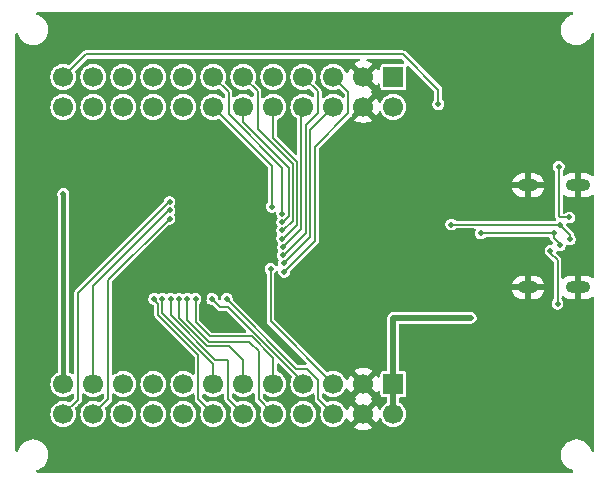
<source format=gbr>
%TF.GenerationSoftware,KiCad,Pcbnew,9.0.5*%
%TF.CreationDate,2025-10-21T09:40:09+03:30*%
%TF.ProjectId,WeAct-STM32G474,57654163-742d-4535-944d-333247343734,rev?*%
%TF.SameCoordinates,Original*%
%TF.FileFunction,Copper,L2,Bot*%
%TF.FilePolarity,Positive*%
%FSLAX46Y46*%
G04 Gerber Fmt 4.6, Leading zero omitted, Abs format (unit mm)*
G04 Created by KiCad (PCBNEW 9.0.5) date 2025-10-21 09:40:09*
%MOMM*%
%LPD*%
G01*
G04 APERTURE LIST*
%TA.AperFunction,HeatsinkPad*%
%ADD10O,2.100000X1.000000*%
%TD*%
%TA.AperFunction,HeatsinkPad*%
%ADD11O,1.800000X1.000000*%
%TD*%
%TA.AperFunction,ComponentPad*%
%ADD12R,1.700000X1.700000*%
%TD*%
%TA.AperFunction,ComponentPad*%
%ADD13C,1.700000*%
%TD*%
%TA.AperFunction,ViaPad*%
%ADD14C,0.500000*%
%TD*%
%TA.AperFunction,Conductor*%
%ADD15C,0.500000*%
%TD*%
%TA.AperFunction,Conductor*%
%ADD16C,0.150000*%
%TD*%
%TA.AperFunction,Conductor*%
%ADD17C,0.400000*%
%TD*%
%TA.AperFunction,Conductor*%
%ADD18C,0.200000*%
%TD*%
G04 APERTURE END LIST*
D10*
%TO.P,J3,S1,SHIELD*%
%TO.N,GND*%
X167125000Y-93180000D03*
D11*
X162925000Y-93180000D03*
D10*
X167125000Y-101820000D03*
D11*
X162925000Y-101820000D03*
%TD*%
D12*
%TO.P,J1,1,Pin_1*%
%TO.N,+3V3*%
X151500000Y-84000000D03*
D13*
%TO.P,J1,2,Pin_2*%
X151500000Y-86540000D03*
%TO.P,J1,3,Pin_3*%
%TO.N,GND*%
X148960000Y-84000000D03*
%TO.P,J1,4,Pin_4*%
X148960000Y-86540000D03*
%TO.P,J1,5,Pin_5*%
%TO.N,PB12*%
X146420000Y-84000000D03*
%TO.P,J1,6,Pin_6*%
%TO.N,PB13*%
X146420000Y-86540000D03*
%TO.P,J1,7,Pin_7*%
%TO.N,PB14*%
X143880000Y-84000000D03*
%TO.P,J1,8,Pin_8*%
%TO.N,PB15*%
X143880000Y-86540000D03*
%TO.P,J1,9,Pin_9*%
%TO.N,unconnected-(J1-Pin_9-Pad9)*%
X141340000Y-84000000D03*
%TO.P,J1,10,Pin_10*%
%TO.N,PA8*%
X141340000Y-86540000D03*
%TO.P,J1,11,Pin_11*%
%TO.N,PA9*%
X138800000Y-84000000D03*
%TO.P,J1,12,Pin_12*%
%TO.N,PA10*%
X138800000Y-86540000D03*
%TO.P,J1,13,Pin_13*%
%TO.N,PA11*%
X136260000Y-84000000D03*
%TO.P,J1,14,Pin_14*%
%TO.N,PA12*%
X136260000Y-86540000D03*
%TO.P,J1,15,Pin_15*%
%TO.N,PA13*%
X133720000Y-84000000D03*
%TO.P,J1,16,Pin_16*%
%TO.N,PA14*%
X133720000Y-86540000D03*
%TO.P,J1,17,Pin_17*%
%TO.N,PA15*%
X131180000Y-84000000D03*
%TO.P,J1,18,Pin_18*%
%TO.N,PB3*%
X131180000Y-86540000D03*
%TO.P,J1,19,Pin_19*%
%TO.N,PB4*%
X128640000Y-84000000D03*
%TO.P,J1,20,Pin_20*%
%TO.N,PB5*%
X128640000Y-86540000D03*
%TO.P,J1,21,Pin_21*%
%TO.N,PB6*%
X126100000Y-84000000D03*
%TO.P,J1,22,Pin_22*%
%TO.N,PB7*%
X126100000Y-86540000D03*
%TO.P,J1,23,Pin_23*%
%TO.N,PB8_BOOT0*%
X123560000Y-84000000D03*
%TO.P,J1,24,Pin_24*%
%TO.N,PB9*%
X123560000Y-86540000D03*
%TD*%
D12*
%TO.P,J2,1,Pin_1*%
%TO.N,+5V*%
X151500000Y-110000000D03*
D13*
%TO.P,J2,2,Pin_2*%
X151500000Y-112540000D03*
%TO.P,J2,3,Pin_3*%
%TO.N,GND*%
X148960000Y-110000000D03*
%TO.P,J2,4,Pin_4*%
X148960000Y-112540000D03*
%TO.P,J2,5,Pin_5*%
%TO.N,PB11*%
X146420000Y-110000000D03*
%TO.P,J2,6,Pin_6*%
%TO.N,PB10*%
X146420000Y-112540000D03*
%TO.P,J2,7,Pin_7*%
%TO.N,VREF*%
X143880000Y-110000000D03*
%TO.P,J2,8,Pin_8*%
%TO.N,unconnected-(J2-Pin_8-Pad8)*%
X143880000Y-112540000D03*
%TO.P,J2,9,Pin_9*%
%TO.N,PB2*%
X141340000Y-110000000D03*
%TO.P,J2,10,Pin_10*%
%TO.N,PB1*%
X141340000Y-112540000D03*
%TO.P,J2,11,Pin_11*%
%TO.N,PB0*%
X138800000Y-110000000D03*
%TO.P,J2,12,Pin_12*%
%TO.N,PA7*%
X138800000Y-112540000D03*
%TO.P,J2,13,Pin_13*%
%TO.N,PA6*%
X136260000Y-110000000D03*
%TO.P,J2,14,Pin_14*%
%TO.N,PA5*%
X136260000Y-112540000D03*
%TO.P,J2,15,Pin_15*%
%TO.N,PA3*%
X133720000Y-110000000D03*
%TO.P,J2,16,Pin_16*%
%TO.N,PA4*%
X133720000Y-112540000D03*
%TO.P,J2,17,Pin_17*%
%TO.N,PA1*%
X131180000Y-110000000D03*
%TO.P,J2,18,Pin_18*%
%TO.N,PA2*%
X131180000Y-112540000D03*
%TO.P,J2,19,Pin_19*%
%TO.N,NRST*%
X128640000Y-110000000D03*
%TO.P,J2,20,Pin_20*%
%TO.N,PA0*%
X128640000Y-112540000D03*
%TO.P,J2,21,Pin_21*%
%TO.N,PC14*%
X126100000Y-110000000D03*
%TO.P,J2,22,Pin_22*%
%TO.N,PC15*%
X126100000Y-112540000D03*
%TO.P,J2,23,Pin_23*%
%TO.N,VB*%
X123560000Y-110000000D03*
%TO.P,J2,24,Pin_24*%
%TO.N,PC13*%
X123560000Y-112540000D03*
%TD*%
D14*
%TO.N,+5V*%
X158050000Y-104400000D03*
X151500000Y-104400000D03*
%TO.N,GND*%
X151700000Y-99200000D03*
X145100000Y-102400000D03*
X134700000Y-97550000D03*
X134700000Y-96050000D03*
X127900000Y-92800000D03*
X135775000Y-105000000D03*
X138750000Y-91150000D03*
X135450000Y-102800000D03*
X164400000Y-110200000D03*
X155300000Y-110300000D03*
X150900000Y-99200000D03*
X152500000Y-99200000D03*
X142150000Y-101650000D03*
X154550000Y-93850000D03*
X136200000Y-97550000D03*
X136200000Y-96050000D03*
%TO.N,VREF*%
X136150003Y-102800000D03*
%TO.N,VB*%
X123550000Y-93900000D03*
%TO.N,PA11*%
X165600000Y-96500000D03*
X142100000Y-95600000D03*
X166450000Y-97750000D03*
X156400000Y-96500000D03*
%TO.N,PA12*%
X165600000Y-98250000D03*
X165100000Y-97224000D03*
X158900000Y-97250000D03*
X141225000Y-95000000D03*
%TO.N,Net-(J3-CC1)*%
X165500000Y-91600000D03*
X166400000Y-95900000D03*
%TO.N,PB10*%
X137400000Y-102800000D03*
%TO.N,PB8_BOOT0*%
X155300000Y-86300000D03*
%TO.N,PB14*%
X142141983Y-99097410D03*
%TO.N,PB15*%
X142158133Y-98397594D03*
%TO.N,PA10*%
X142100000Y-96300003D03*
%TO.N,PB13*%
X142230987Y-99791731D03*
%TO.N,PB12*%
X142260004Y-100491132D03*
%TO.N,PA8*%
X142100000Y-97700009D03*
%TO.N,PA9*%
X142100000Y-97000006D03*
%TO.N,PC15*%
X132550000Y-96000006D03*
%TO.N,PB2*%
X134750000Y-102800000D03*
%TO.N,PC14*%
X132550000Y-95300003D03*
%TO.N,PB11*%
X141100000Y-100250000D03*
%TO.N,PA7*%
X132649994Y-102800000D03*
%TO.N,PC13*%
X132550000Y-94600000D03*
%TO.N,PA5*%
X131249988Y-102800000D03*
%TO.N,PB1*%
X134050000Y-102800000D03*
%TO.N,PA6*%
X131949991Y-102800000D03*
%TO.N,PB0*%
X133349997Y-102800000D03*
%TO.N,Net-(J3-CC2)*%
X164800000Y-98700000D03*
X165400000Y-103200000D03*
%TO.N,GND*%
X122750000Y-100671292D03*
%TD*%
D15*
%TO.N,+5V*%
X158050000Y-104400000D02*
X151500000Y-104400000D01*
X151550000Y-104450000D02*
X151500000Y-104400000D01*
X151500000Y-112540000D02*
X151500000Y-110000000D01*
X151500000Y-110000000D02*
X151500000Y-104400000D01*
D16*
%TO.N,GND*%
X135775000Y-103425000D02*
X135450000Y-103100000D01*
X135775000Y-105000000D02*
X135775000Y-103425000D01*
X135450000Y-103100000D02*
X135450000Y-102800000D01*
%TO.N,VREF*%
X136150003Y-102800000D02*
X136821391Y-103471388D01*
X137528612Y-103471388D02*
X143880000Y-109822777D01*
X136821391Y-103471388D02*
X137528612Y-103471388D01*
X143880000Y-109822777D02*
X143880000Y-110000000D01*
D17*
%TO.N,VB*%
X123550000Y-109990000D02*
X123560000Y-110000000D01*
X123550000Y-93920000D02*
X123550000Y-109990000D01*
X123560000Y-93910000D02*
X123550000Y-93920000D01*
D18*
X123550000Y-93900000D02*
X123560000Y-93910000D01*
D16*
%TO.N,PA11*%
X142100000Y-95600000D02*
X142100000Y-91720405D01*
X142100000Y-91720405D02*
X137550000Y-87170405D01*
X137550000Y-87170405D02*
X137550000Y-85290000D01*
X137550000Y-85290000D02*
X136260000Y-84000000D01*
X166450000Y-97750000D02*
X166450000Y-97350000D01*
X166450000Y-97350000D02*
X165600000Y-96500000D01*
X165600000Y-96500000D02*
X156400000Y-96500000D01*
%TO.N,PA12*%
X165600000Y-98150000D02*
X165600000Y-98250000D01*
X141225000Y-91505000D02*
X136260000Y-86540000D01*
X158900000Y-97250000D02*
X165074000Y-97250000D01*
X141225000Y-95000000D02*
X141225000Y-91505000D01*
X165074000Y-97250000D02*
X165100000Y-97224000D01*
X165100000Y-97650000D02*
X165600000Y-98150000D01*
X165100000Y-97224000D02*
X165100000Y-97650000D01*
%TO.N,Net-(J3-CC1)*%
X165500000Y-95750000D02*
X165500000Y-91600000D01*
X165650000Y-95900000D02*
X165500000Y-95750000D01*
X166400000Y-95900000D02*
X165650000Y-95900000D01*
%TO.N,PB10*%
X145150000Y-109677595D02*
X145150000Y-111270000D01*
X143253612Y-108700000D02*
X144172405Y-108700000D01*
X137400000Y-102800000D02*
X137400000Y-102846388D01*
X144172405Y-108700000D02*
X145150000Y-109677595D01*
X137400000Y-102846388D02*
X143253612Y-108700000D01*
X145150000Y-111270000D02*
X146420000Y-112540000D01*
D18*
%TO.N,PB8_BOOT0*%
X155300000Y-86300000D02*
X155300000Y-85100000D01*
X152300000Y-82100000D02*
X125460000Y-82100000D01*
X155300000Y-85100000D02*
X152300000Y-82100000D01*
X125460000Y-82100000D02*
X123560000Y-84000000D01*
D16*
%TO.N,PB14*%
X144100000Y-97199604D02*
X144100000Y-88050000D01*
X142202194Y-99097410D02*
X144100000Y-97199604D01*
X144100000Y-88050000D02*
X145100000Y-87050000D01*
X145100000Y-87050000D02*
X145100000Y-85220000D01*
X142141983Y-99097410D02*
X142202194Y-99097410D01*
X145100000Y-85220000D02*
X143880000Y-84000000D01*
%TO.N,PB15*%
X143700000Y-86720000D02*
X143880000Y-86540000D01*
X142158133Y-98397594D02*
X143700000Y-96855727D01*
X143700000Y-96855727D02*
X143700000Y-86720000D01*
%TO.N,PA10*%
X142100000Y-96300003D02*
X142143874Y-96300003D01*
X138800000Y-87850000D02*
X138800000Y-86540000D01*
X142143874Y-96300003D02*
X142626000Y-95817877D01*
X142626000Y-95817877D02*
X142626000Y-91676000D01*
X142626000Y-91676000D02*
X138800000Y-87850000D01*
%TO.N,PB13*%
X144450000Y-97572718D02*
X144450000Y-88510000D01*
X144450000Y-88510000D02*
X146420000Y-86540000D01*
X142230987Y-99791731D02*
X144450000Y-97572718D01*
%TO.N,PB12*%
X147700000Y-85280000D02*
X146420000Y-84000000D01*
X147700000Y-87100000D02*
X147700000Y-85280000D01*
X144850000Y-97916595D02*
X144850000Y-89950000D01*
X142260004Y-100491132D02*
X142275463Y-100491132D01*
X142275463Y-100491132D02*
X144850000Y-97916595D01*
X144850000Y-89950000D02*
X147700000Y-87100000D01*
%TO.N,PA8*%
X143328000Y-91178000D02*
X141340000Y-89190000D01*
X142100000Y-97700009D02*
X142143874Y-97700009D01*
X141340000Y-89190000D02*
X141340000Y-86540000D01*
X142143874Y-97700009D02*
X143328000Y-96515883D01*
X143328000Y-96515883D02*
X143328000Y-91178000D01*
%TO.N,PA9*%
X142143874Y-97000006D02*
X142977000Y-96166880D01*
X142977000Y-91377000D02*
X140000000Y-88400000D01*
X142100000Y-97000006D02*
X142143874Y-97000006D01*
X140000000Y-88400000D02*
X140000000Y-85200000D01*
X140000000Y-85200000D02*
X138800000Y-84000000D01*
X142977000Y-96166880D02*
X142977000Y-91377000D01*
%TO.N,PC15*%
X127350000Y-111290000D02*
X126100000Y-112540000D01*
X132550000Y-96000006D02*
X127350000Y-101200006D01*
X127350000Y-101200006D02*
X127350000Y-111290000D01*
%TO.N,PB2*%
X141350000Y-107800000D02*
X141340000Y-107810000D01*
X135969582Y-105969582D02*
X139530418Y-105969582D01*
X141350000Y-107789164D02*
X141350000Y-107800000D01*
X134750000Y-104750000D02*
X135969582Y-105969582D01*
X139530418Y-105969582D02*
X141350000Y-107789164D01*
X141340000Y-107810000D02*
X141340000Y-110000000D01*
X134750000Y-102800000D02*
X134750000Y-104750000D01*
%TO.N,PC14*%
X132506126Y-95300003D02*
X126100000Y-101706129D01*
X132550000Y-95300003D02*
X132506126Y-95300003D01*
X126100000Y-101706129D02*
X126100000Y-110000000D01*
%TO.N,PB11*%
X141100000Y-100250000D02*
X141100000Y-104680000D01*
X141100000Y-104680000D02*
X146420000Y-110000000D01*
%TO.N,PA7*%
X137500000Y-107950000D02*
X137500000Y-111240000D01*
X132649994Y-104199994D02*
X136400000Y-107950000D01*
X136400000Y-107950000D02*
X137500000Y-107950000D01*
X137500000Y-111240000D02*
X138800000Y-112540000D01*
X132649994Y-102800000D02*
X132649994Y-104199994D01*
%TO.N,PC13*%
X124686000Y-111414000D02*
X123560000Y-112540000D01*
X132550000Y-94600000D02*
X132506126Y-94600000D01*
X124800000Y-111350000D02*
X124736000Y-111414000D01*
X124800000Y-102306126D02*
X124800000Y-111350000D01*
X132506126Y-94600000D02*
X124800000Y-102306126D01*
X124736000Y-111414000D02*
X124686000Y-111414000D01*
%TO.N,PA5*%
X131598991Y-103192877D02*
X131598991Y-104045380D01*
X131599000Y-104145389D02*
X135000000Y-107546388D01*
X131598991Y-104045380D02*
X131599000Y-104045388D01*
X131423991Y-103017877D02*
X131598991Y-103192877D01*
X131423991Y-102800000D02*
X131423991Y-103017877D01*
X135000000Y-111280000D02*
X136260000Y-112540000D01*
X131599000Y-104045388D02*
X131599000Y-104145389D01*
X131249988Y-102800000D02*
X131423991Y-102800000D01*
X135000000Y-107546388D02*
X135000000Y-111280000D01*
%TO.N,PB1*%
X137745389Y-106449000D02*
X137746388Y-106450000D01*
X140100000Y-107250000D02*
X140100000Y-111300000D01*
X139300000Y-106450000D02*
X140100000Y-107250000D01*
X137746388Y-106450000D02*
X139300000Y-106450000D01*
X134050000Y-104600000D02*
X135899000Y-106449000D01*
X134050000Y-102800000D02*
X134050000Y-104600000D01*
X135899000Y-106449000D02*
X137745389Y-106449000D01*
X140100000Y-111300000D02*
X141340000Y-112540000D01*
%TO.N,PA6*%
X136260000Y-108301000D02*
X136260000Y-110000000D01*
X136251000Y-108301000D02*
X136260000Y-108301000D01*
X131949991Y-103899991D02*
X131950000Y-103900000D01*
X131950000Y-103900000D02*
X131950000Y-104000000D01*
X131949991Y-102800000D02*
X131949991Y-103899991D01*
X131950000Y-104000000D02*
X136251000Y-108301000D01*
%TO.N,PB0*%
X137600000Y-106800000D02*
X138800000Y-108000000D01*
X135750000Y-106800000D02*
X137600000Y-106800000D01*
X138800000Y-108000000D02*
X138800000Y-110000000D01*
X133349997Y-102800000D02*
X133349997Y-104399997D01*
X133349997Y-104399997D02*
X135750000Y-106800000D01*
%TO.N,Net-(J3-CC2)*%
X164800000Y-98900000D02*
X165400000Y-99500000D01*
X164800000Y-98700000D02*
X164800000Y-98900000D01*
X165400000Y-99500000D02*
X165400000Y-103200000D01*
%TD*%
%TA.AperFunction,Conductor*%
%TO.N,GND*%
G36*
X148494075Y-110192993D02*
G01*
X148559901Y-110307007D01*
X148652993Y-110400099D01*
X148767007Y-110465925D01*
X148830591Y-110482962D01*
X148229971Y-111083581D01*
X148308711Y-111200895D01*
X148309920Y-111204729D01*
X148312844Y-111207491D01*
X148320343Y-111237778D01*
X148329727Y-111267529D01*
X148328671Y-111271408D01*
X148329638Y-111275312D01*
X148319573Y-111304844D01*
X148311383Y-111334947D01*
X148308397Y-111337640D01*
X148307100Y-111341447D01*
X148262051Y-111380483D01*
X148252440Y-111385380D01*
X148198282Y-111424727D01*
X148198282Y-111424728D01*
X148830591Y-112057037D01*
X148767007Y-112074075D01*
X148652993Y-112139901D01*
X148559901Y-112232993D01*
X148494075Y-112347007D01*
X148477037Y-112410591D01*
X147844728Y-111778282D01*
X147844727Y-111778282D01*
X147805380Y-111832439D01*
X147708904Y-112021783D01*
X147676760Y-112120712D01*
X147637322Y-112178388D01*
X147572964Y-112205586D01*
X147504117Y-112193671D01*
X147452642Y-112146427D01*
X147440898Y-112120711D01*
X147439873Y-112117555D01*
X147361232Y-111963212D01*
X147259414Y-111823072D01*
X147136928Y-111700586D01*
X146996788Y-111598768D01*
X146842445Y-111520127D01*
X146677701Y-111466598D01*
X146677699Y-111466597D01*
X146677698Y-111466597D01*
X146546271Y-111445781D01*
X146506611Y-111439500D01*
X146333389Y-111439500D01*
X146301192Y-111444599D01*
X146162301Y-111466597D01*
X145997556Y-111520126D01*
X145986994Y-111525507D01*
X145918324Y-111538398D01*
X145853585Y-111512117D01*
X145843026Y-111502699D01*
X145511819Y-111171492D01*
X145497115Y-111144564D01*
X145480523Y-111118746D01*
X145479631Y-111112545D01*
X145478334Y-111110169D01*
X145475500Y-111083811D01*
X145475500Y-110911204D01*
X145495185Y-110844165D01*
X145547989Y-110798410D01*
X145617147Y-110788466D01*
X145680703Y-110817491D01*
X145687181Y-110823523D01*
X145703072Y-110839414D01*
X145843212Y-110941232D01*
X145997555Y-111019873D01*
X146162299Y-111073402D01*
X146333389Y-111100500D01*
X146333390Y-111100500D01*
X146506610Y-111100500D01*
X146506611Y-111100500D01*
X146677701Y-111073402D01*
X146842445Y-111019873D01*
X146996788Y-110941232D01*
X147136928Y-110839414D01*
X147259414Y-110716928D01*
X147361232Y-110576788D01*
X147439873Y-110422445D01*
X147440896Y-110419294D01*
X147441610Y-110418250D01*
X147441734Y-110417952D01*
X147441796Y-110417977D01*
X147480327Y-110361618D01*
X147544683Y-110334415D01*
X147613530Y-110346323D01*
X147665011Y-110393562D01*
X147676760Y-110419287D01*
X147708904Y-110518217D01*
X147805375Y-110707550D01*
X147844728Y-110761716D01*
X148477037Y-110129408D01*
X148494075Y-110192993D01*
G37*
%TD.AperFunction*%
%TA.AperFunction,Conductor*%
G36*
X150075270Y-110761717D02*
G01*
X150075270Y-110761716D01*
X150114622Y-110707554D01*
X150165015Y-110608654D01*
X150212990Y-110557858D01*
X150280811Y-110541063D01*
X150346946Y-110563600D01*
X150390397Y-110618315D01*
X150399500Y-110664949D01*
X150399500Y-110874678D01*
X150414032Y-110947735D01*
X150414033Y-110947739D01*
X150432405Y-110975235D01*
X150469399Y-111030601D01*
X150543584Y-111080169D01*
X150552260Y-111085966D01*
X150552264Y-111085967D01*
X150625321Y-111100499D01*
X150625324Y-111100500D01*
X150625326Y-111100500D01*
X150875500Y-111100500D01*
X150942539Y-111120185D01*
X150988294Y-111172989D01*
X150999500Y-111224500D01*
X150999500Y-111483909D01*
X150979815Y-111550948D01*
X150931801Y-111594391D01*
X150923212Y-111598767D01*
X150832617Y-111664589D01*
X150783072Y-111700586D01*
X150783070Y-111700588D01*
X150783069Y-111700588D01*
X150660588Y-111823069D01*
X150660588Y-111823070D01*
X150660586Y-111823072D01*
X150616859Y-111883256D01*
X150558768Y-111963211D01*
X150480128Y-112117550D01*
X150480126Y-112117557D01*
X150479102Y-112120712D01*
X150479099Y-112120720D01*
X150478381Y-112121769D01*
X150478266Y-112122048D01*
X150478207Y-112122023D01*
X150439657Y-112178393D01*
X150375297Y-112205587D01*
X150306451Y-112193668D01*
X150254979Y-112146420D01*
X150243239Y-112120711D01*
X150211096Y-112021784D01*
X150114624Y-111832449D01*
X150075270Y-111778282D01*
X150075269Y-111778282D01*
X149442962Y-112410590D01*
X149425925Y-112347007D01*
X149360099Y-112232993D01*
X149267007Y-112139901D01*
X149152993Y-112074075D01*
X149089409Y-112057037D01*
X149721716Y-111424728D01*
X149667550Y-111385375D01*
X149657954Y-111380486D01*
X149607157Y-111332512D01*
X149590361Y-111264692D01*
X149612897Y-111198556D01*
X149657954Y-111159514D01*
X149667554Y-111154622D01*
X149721716Y-111115270D01*
X149721717Y-111115270D01*
X149089408Y-110482962D01*
X149152993Y-110465925D01*
X149267007Y-110400099D01*
X149360099Y-110307007D01*
X149425925Y-110192993D01*
X149442962Y-110129408D01*
X150075270Y-110761717D01*
G37*
%TD.AperFunction*%
%TA.AperFunction,Conductor*%
G36*
X152170495Y-82470185D02*
G01*
X152191137Y-82486819D01*
X152392137Y-82687819D01*
X152425622Y-82749142D01*
X152420638Y-82818834D01*
X152378766Y-82874767D01*
X152313302Y-82899184D01*
X152304456Y-82899500D01*
X150625323Y-82899500D01*
X150552264Y-82914032D01*
X150552260Y-82914033D01*
X150469399Y-82969399D01*
X150414033Y-83052260D01*
X150414032Y-83052264D01*
X150399500Y-83125321D01*
X150399500Y-83335050D01*
X150379815Y-83402089D01*
X150327011Y-83447844D01*
X150257853Y-83457788D01*
X150194297Y-83428763D01*
X150165015Y-83391345D01*
X150114624Y-83292450D01*
X150075270Y-83238282D01*
X150075269Y-83238282D01*
X149442962Y-83870590D01*
X149425925Y-83807007D01*
X149360099Y-83692993D01*
X149267007Y-83599901D01*
X149152993Y-83534075D01*
X149089409Y-83517037D01*
X149721716Y-82884728D01*
X149667550Y-82845375D01*
X149478217Y-82748904D01*
X149304409Y-82692431D01*
X149246734Y-82652994D01*
X149219535Y-82588635D01*
X149231450Y-82519789D01*
X149278694Y-82468313D01*
X149342727Y-82450500D01*
X152103456Y-82450500D01*
X152170495Y-82470185D01*
G37*
%TD.AperFunction*%
%TA.AperFunction,Conductor*%
G36*
X166690614Y-78520185D02*
G01*
X166736369Y-78572989D01*
X166746313Y-78642147D01*
X166717288Y-78705703D01*
X166661894Y-78742431D01*
X166500776Y-78794781D01*
X166318386Y-78887715D01*
X166152786Y-79008028D01*
X166008028Y-79152786D01*
X165887715Y-79318386D01*
X165794781Y-79500776D01*
X165731522Y-79695465D01*
X165699500Y-79897648D01*
X165699500Y-80102351D01*
X165731522Y-80304534D01*
X165794781Y-80499223D01*
X165887715Y-80681613D01*
X166008028Y-80847213D01*
X166152786Y-80991971D01*
X166307749Y-81104556D01*
X166318390Y-81112287D01*
X166434607Y-81171503D01*
X166500776Y-81205218D01*
X166500778Y-81205218D01*
X166500781Y-81205220D01*
X166605137Y-81239127D01*
X166695465Y-81268477D01*
X166796557Y-81284488D01*
X166897648Y-81300500D01*
X166897649Y-81300500D01*
X167102351Y-81300500D01*
X167102352Y-81300500D01*
X167304534Y-81268477D01*
X167499219Y-81205220D01*
X167681610Y-81112287D01*
X167774590Y-81044732D01*
X167847213Y-80991971D01*
X167847215Y-80991968D01*
X167847219Y-80991966D01*
X167991966Y-80847219D01*
X167991968Y-80847215D01*
X167991971Y-80847213D01*
X168044732Y-80774590D01*
X168112287Y-80681610D01*
X168205220Y-80499219D01*
X168257569Y-80338106D01*
X168297007Y-80280430D01*
X168361365Y-80253232D01*
X168430212Y-80265147D01*
X168481687Y-80312391D01*
X168499500Y-80376424D01*
X168499500Y-92296235D01*
X168479815Y-92363274D01*
X168427011Y-92409029D01*
X168357853Y-92418973D01*
X168306609Y-92399337D01*
X168148684Y-92293814D01*
X168148671Y-92293807D01*
X167966693Y-92218430D01*
X167966681Y-92218427D01*
X167773495Y-92180000D01*
X167375000Y-92180000D01*
X167375000Y-92880000D01*
X166875000Y-92880000D01*
X166875000Y-92180000D01*
X166476504Y-92180000D01*
X166283318Y-92218427D01*
X166283306Y-92218430D01*
X166101328Y-92293807D01*
X166101315Y-92293814D01*
X166018391Y-92349223D01*
X166008690Y-92352260D01*
X166001011Y-92358915D01*
X165975911Y-92362523D01*
X165951713Y-92370101D01*
X165941913Y-92367412D01*
X165931853Y-92368859D01*
X165908784Y-92358324D01*
X165884333Y-92351616D01*
X165877542Y-92344056D01*
X165868297Y-92339834D01*
X165854586Y-92318499D01*
X165837643Y-92299637D01*
X165835011Y-92288040D01*
X165830523Y-92281056D01*
X165825500Y-92246121D01*
X165825500Y-92033676D01*
X165845185Y-91966637D01*
X165861819Y-91945995D01*
X165900500Y-91907314D01*
X165966392Y-91793186D01*
X166000500Y-91665892D01*
X166000500Y-91534108D01*
X165966392Y-91406814D01*
X165900500Y-91292686D01*
X165807314Y-91199500D01*
X165750250Y-91166554D01*
X165693187Y-91133608D01*
X165629539Y-91116554D01*
X165565892Y-91099500D01*
X165434108Y-91099500D01*
X165306812Y-91133608D01*
X165192686Y-91199500D01*
X165192683Y-91199502D01*
X165099502Y-91292683D01*
X165099500Y-91292686D01*
X165033608Y-91406812D01*
X164999500Y-91534108D01*
X164999500Y-91665891D01*
X165033608Y-91793187D01*
X165066554Y-91850250D01*
X165099500Y-91907314D01*
X165099502Y-91907316D01*
X165138181Y-91945995D01*
X165171666Y-92007318D01*
X165174500Y-92033676D01*
X165174500Y-95707147D01*
X165174500Y-95792853D01*
X165185554Y-95834108D01*
X165196682Y-95875640D01*
X165203819Y-95888001D01*
X165239535Y-95949862D01*
X165239537Y-95949864D01*
X165252492Y-95962819D01*
X165285977Y-96024142D01*
X165280993Y-96093834D01*
X165239121Y-96149767D01*
X165173657Y-96174184D01*
X165164811Y-96174500D01*
X156833676Y-96174500D01*
X156766637Y-96154815D01*
X156745995Y-96138181D01*
X156707316Y-96099502D01*
X156707314Y-96099500D01*
X156646143Y-96064183D01*
X156593187Y-96033608D01*
X156512547Y-96012001D01*
X156465892Y-95999500D01*
X156334108Y-95999500D01*
X156206812Y-96033608D01*
X156092686Y-96099500D01*
X156092683Y-96099502D01*
X155999502Y-96192683D01*
X155999500Y-96192686D01*
X155933608Y-96306812D01*
X155899500Y-96434108D01*
X155899500Y-96565891D01*
X155933608Y-96693187D01*
X155966554Y-96750250D01*
X155999500Y-96807314D01*
X156092686Y-96900500D01*
X156206814Y-96966392D01*
X156334108Y-97000500D01*
X156334110Y-97000500D01*
X156465890Y-97000500D01*
X156465892Y-97000500D01*
X156593186Y-96966392D01*
X156707314Y-96900500D01*
X156745995Y-96861819D01*
X156807318Y-96828334D01*
X156833676Y-96825500D01*
X158352383Y-96825500D01*
X158419422Y-96845185D01*
X158465177Y-96897989D01*
X158475121Y-96967147D01*
X158459770Y-97011501D01*
X158433608Y-97056813D01*
X158409337Y-97147395D01*
X158399500Y-97184108D01*
X158399500Y-97315892D01*
X158413378Y-97367687D01*
X158433608Y-97443187D01*
X158457209Y-97484064D01*
X158499500Y-97557314D01*
X158592686Y-97650500D01*
X158706814Y-97716392D01*
X158834108Y-97750500D01*
X158834110Y-97750500D01*
X158965890Y-97750500D01*
X158965892Y-97750500D01*
X159093186Y-97716392D01*
X159207314Y-97650500D01*
X159245995Y-97611819D01*
X159307318Y-97578334D01*
X159333676Y-97575500D01*
X164650500Y-97575500D01*
X164717539Y-97595185D01*
X164763294Y-97647989D01*
X164771360Y-97685066D01*
X164773439Y-97684793D01*
X164774500Y-97692852D01*
X164796682Y-97775640D01*
X164803739Y-97787862D01*
X164839535Y-97849862D01*
X164949121Y-97959448D01*
X164980272Y-97990598D01*
X165013757Y-98051921D01*
X165008773Y-98121613D01*
X164966902Y-98177547D01*
X164901437Y-98201964D01*
X164874106Y-98199354D01*
X164873948Y-98200561D01*
X164865893Y-98199500D01*
X164865892Y-98199500D01*
X164734108Y-98199500D01*
X164606812Y-98233608D01*
X164492686Y-98299500D01*
X164492683Y-98299502D01*
X164399502Y-98392683D01*
X164399500Y-98392686D01*
X164333608Y-98506812D01*
X164311109Y-98590782D01*
X164299500Y-98634108D01*
X164299500Y-98765892D01*
X164316554Y-98829539D01*
X164333608Y-98893187D01*
X164345238Y-98913330D01*
X164399500Y-99007314D01*
X164492686Y-99100500D01*
X164492687Y-99100501D01*
X164492689Y-99100502D01*
X164590904Y-99157206D01*
X164616585Y-99176912D01*
X165038181Y-99598508D01*
X165071666Y-99659831D01*
X165074500Y-99686189D01*
X165074500Y-102766324D01*
X165054815Y-102833363D01*
X165038181Y-102854005D01*
X164999502Y-102892683D01*
X164999500Y-102892686D01*
X164933608Y-103006812D01*
X164899500Y-103134108D01*
X164899500Y-103265891D01*
X164933608Y-103393187D01*
X164966554Y-103450250D01*
X164999500Y-103507314D01*
X165092686Y-103600500D01*
X165206814Y-103666392D01*
X165334108Y-103700500D01*
X165334110Y-103700500D01*
X165465890Y-103700500D01*
X165465892Y-103700500D01*
X165593186Y-103666392D01*
X165707314Y-103600500D01*
X165800500Y-103507314D01*
X165866392Y-103393186D01*
X165900500Y-103265892D01*
X165900500Y-103134108D01*
X165866392Y-103006814D01*
X165800500Y-102892686D01*
X165761819Y-102854005D01*
X165747115Y-102827077D01*
X165730523Y-102801259D01*
X165729631Y-102795058D01*
X165728334Y-102792682D01*
X165725500Y-102766324D01*
X165725500Y-102684077D01*
X165745185Y-102617038D01*
X165797989Y-102571283D01*
X165867147Y-102561339D01*
X165930703Y-102590364D01*
X165937181Y-102596396D01*
X165937533Y-102596748D01*
X165937537Y-102596751D01*
X166101315Y-102706185D01*
X166101328Y-102706192D01*
X166283306Y-102781569D01*
X166283318Y-102781572D01*
X166476504Y-102819999D01*
X166476508Y-102820000D01*
X166875000Y-102820000D01*
X166875000Y-102120000D01*
X167375000Y-102120000D01*
X167375000Y-102820000D01*
X167773492Y-102820000D01*
X167773495Y-102819999D01*
X167966681Y-102781572D01*
X167966693Y-102781569D01*
X168148671Y-102706192D01*
X168148683Y-102706185D01*
X168306609Y-102600662D01*
X168373286Y-102579784D01*
X168440666Y-102598268D01*
X168487357Y-102650247D01*
X168499500Y-102703764D01*
X168499500Y-115623575D01*
X168479815Y-115690614D01*
X168427011Y-115736369D01*
X168357853Y-115746313D01*
X168294297Y-115717288D01*
X168257569Y-115661894D01*
X168205218Y-115500776D01*
X168171503Y-115434607D01*
X168112287Y-115318390D01*
X168104556Y-115307749D01*
X167991971Y-115152786D01*
X167847213Y-115008028D01*
X167681613Y-114887715D01*
X167681612Y-114887714D01*
X167681610Y-114887713D01*
X167624653Y-114858691D01*
X167499223Y-114794781D01*
X167304534Y-114731522D01*
X167129995Y-114703878D01*
X167102352Y-114699500D01*
X166897648Y-114699500D01*
X166873329Y-114703351D01*
X166695465Y-114731522D01*
X166500776Y-114794781D01*
X166318386Y-114887715D01*
X166152786Y-115008028D01*
X166008028Y-115152786D01*
X165887715Y-115318386D01*
X165794781Y-115500776D01*
X165731522Y-115695465D01*
X165699500Y-115897648D01*
X165699500Y-116102351D01*
X165731522Y-116304534D01*
X165794781Y-116499223D01*
X165887715Y-116681613D01*
X166008028Y-116847213D01*
X166152786Y-116991971D01*
X166307749Y-117104556D01*
X166318390Y-117112287D01*
X166434607Y-117171503D01*
X166500776Y-117205218D01*
X166500778Y-117205218D01*
X166500781Y-117205220D01*
X166604881Y-117239044D01*
X166661894Y-117257569D01*
X166719569Y-117297007D01*
X166746767Y-117361366D01*
X166734852Y-117430212D01*
X166687608Y-117481688D01*
X166623575Y-117499500D01*
X121376425Y-117499500D01*
X121309386Y-117479815D01*
X121263631Y-117427011D01*
X121253687Y-117357853D01*
X121282712Y-117294297D01*
X121338106Y-117257569D01*
X121374669Y-117245688D01*
X121499219Y-117205220D01*
X121681610Y-117112287D01*
X121774590Y-117044732D01*
X121847213Y-116991971D01*
X121847215Y-116991968D01*
X121847219Y-116991966D01*
X121991966Y-116847219D01*
X121991968Y-116847215D01*
X121991971Y-116847213D01*
X122044732Y-116774590D01*
X122112287Y-116681610D01*
X122205220Y-116499219D01*
X122268477Y-116304534D01*
X122300500Y-116102352D01*
X122300500Y-115897648D01*
X122268477Y-115695465D01*
X122205218Y-115500776D01*
X122171503Y-115434607D01*
X122112287Y-115318390D01*
X122104556Y-115307749D01*
X121991971Y-115152786D01*
X121847213Y-115008028D01*
X121681613Y-114887715D01*
X121681612Y-114887714D01*
X121681610Y-114887713D01*
X121624653Y-114858691D01*
X121499223Y-114794781D01*
X121304534Y-114731522D01*
X121129995Y-114703878D01*
X121102352Y-114699500D01*
X120897648Y-114699500D01*
X120873329Y-114703351D01*
X120695465Y-114731522D01*
X120500776Y-114794781D01*
X120318386Y-114887715D01*
X120152786Y-115008028D01*
X120008028Y-115152786D01*
X119887715Y-115318386D01*
X119794781Y-115500776D01*
X119742431Y-115661894D01*
X119702993Y-115719569D01*
X119638634Y-115746767D01*
X119569788Y-115734852D01*
X119518312Y-115687608D01*
X119500500Y-115623575D01*
X119500500Y-109913389D01*
X122459500Y-109913389D01*
X122459500Y-110086611D01*
X122486598Y-110257701D01*
X122540127Y-110422445D01*
X122618768Y-110576788D01*
X122720586Y-110716928D01*
X122843072Y-110839414D01*
X122983212Y-110941232D01*
X123137555Y-111019873D01*
X123302299Y-111073402D01*
X123473389Y-111100500D01*
X123473390Y-111100500D01*
X123646610Y-111100500D01*
X123646611Y-111100500D01*
X123817701Y-111073402D01*
X123982445Y-111019873D01*
X124136788Y-110941232D01*
X124276928Y-110839414D01*
X124276930Y-110839411D01*
X124277614Y-110838915D01*
X124289473Y-110834683D01*
X124298989Y-110826438D01*
X124321754Y-110823164D01*
X124343420Y-110815434D01*
X124355684Y-110818285D01*
X124368147Y-110816494D01*
X124389070Y-110826049D01*
X124411474Y-110831259D01*
X124420249Y-110840288D01*
X124431703Y-110845519D01*
X124444138Y-110864869D01*
X124460169Y-110881364D01*
X124463573Y-110895110D01*
X124469477Y-110904297D01*
X124474500Y-110939232D01*
X124474500Y-111113810D01*
X124454815Y-111180849D01*
X124438181Y-111201491D01*
X124136972Y-111502699D01*
X124075649Y-111536184D01*
X124005957Y-111531200D01*
X123992998Y-111525504D01*
X123982440Y-111520124D01*
X123817698Y-111466597D01*
X123686271Y-111445781D01*
X123646611Y-111439500D01*
X123473389Y-111439500D01*
X123433728Y-111445781D01*
X123302302Y-111466597D01*
X123137552Y-111520128D01*
X122983211Y-111598768D01*
X122903256Y-111656859D01*
X122843072Y-111700586D01*
X122843070Y-111700588D01*
X122843069Y-111700588D01*
X122720588Y-111823069D01*
X122720588Y-111823070D01*
X122720586Y-111823072D01*
X122676859Y-111883256D01*
X122618768Y-111963211D01*
X122540128Y-112117552D01*
X122486597Y-112282302D01*
X122476349Y-112347007D01*
X122459500Y-112453389D01*
X122459500Y-112626611D01*
X122486598Y-112797701D01*
X122540127Y-112962445D01*
X122618768Y-113116788D01*
X122720586Y-113256928D01*
X122843072Y-113379414D01*
X122983212Y-113481232D01*
X123137555Y-113559873D01*
X123302299Y-113613402D01*
X123473389Y-113640500D01*
X123473390Y-113640500D01*
X123646610Y-113640500D01*
X123646611Y-113640500D01*
X123817701Y-113613402D01*
X123982445Y-113559873D01*
X124136788Y-113481232D01*
X124276928Y-113379414D01*
X124399414Y-113256928D01*
X124501232Y-113116788D01*
X124579873Y-112962445D01*
X124633402Y-112797701D01*
X124660500Y-112626611D01*
X124660500Y-112453389D01*
X124633402Y-112282299D01*
X124579873Y-112117555D01*
X124574496Y-112107003D01*
X124561599Y-112038337D01*
X124587873Y-111973595D01*
X124597290Y-111963035D01*
X124812700Y-111747625D01*
X124828899Y-111733985D01*
X124846946Y-111721254D01*
X124861639Y-111717318D01*
X124935862Y-111674465D01*
X124989941Y-111620383D01*
X124989944Y-111620382D01*
X124999861Y-111610465D01*
X124999862Y-111610465D01*
X125060465Y-111549862D01*
X125095106Y-111489862D01*
X125103317Y-111475640D01*
X125103318Y-111475637D01*
X125103458Y-111475116D01*
X125103458Y-111475115D01*
X125105740Y-111466598D01*
X125125501Y-111392853D01*
X125125501Y-111307147D01*
X125125500Y-111307143D01*
X125125500Y-110881204D01*
X125145185Y-110814165D01*
X125197989Y-110768410D01*
X125267147Y-110758466D01*
X125330703Y-110787491D01*
X125337181Y-110793523D01*
X125383072Y-110839414D01*
X125523212Y-110941232D01*
X125677555Y-111019873D01*
X125842299Y-111073402D01*
X126013389Y-111100500D01*
X126013390Y-111100500D01*
X126186610Y-111100500D01*
X126186611Y-111100500D01*
X126357701Y-111073402D01*
X126522445Y-111019873D01*
X126676788Y-110941232D01*
X126816928Y-110839414D01*
X126816936Y-110839405D01*
X126819967Y-110836818D01*
X126835843Y-110829703D01*
X126848989Y-110818313D01*
X126867062Y-110815714D01*
X126883727Y-110808247D01*
X126900927Y-110810844D01*
X126918147Y-110808369D01*
X126934757Y-110815954D01*
X126952813Y-110818682D01*
X126965878Y-110830167D01*
X126981703Y-110837394D01*
X126991575Y-110852756D01*
X127005290Y-110864812D01*
X127010189Y-110881720D01*
X127019477Y-110896172D01*
X127024500Y-110931107D01*
X127024500Y-111103810D01*
X127004815Y-111170849D01*
X126988181Y-111191491D01*
X126676972Y-111502699D01*
X126615649Y-111536184D01*
X126545957Y-111531200D01*
X126532998Y-111525504D01*
X126522440Y-111520124D01*
X126357698Y-111466597D01*
X126226271Y-111445781D01*
X126186611Y-111439500D01*
X126013389Y-111439500D01*
X125973728Y-111445781D01*
X125842302Y-111466597D01*
X125677552Y-111520128D01*
X125523211Y-111598768D01*
X125443256Y-111656859D01*
X125383072Y-111700586D01*
X125383070Y-111700588D01*
X125383069Y-111700588D01*
X125260588Y-111823069D01*
X125260588Y-111823070D01*
X125260586Y-111823072D01*
X125216859Y-111883256D01*
X125158768Y-111963211D01*
X125080128Y-112117552D01*
X125026597Y-112282302D01*
X125016349Y-112347007D01*
X124999500Y-112453389D01*
X124999500Y-112626611D01*
X125026598Y-112797701D01*
X125080127Y-112962445D01*
X125158768Y-113116788D01*
X125260586Y-113256928D01*
X125383072Y-113379414D01*
X125523212Y-113481232D01*
X125677555Y-113559873D01*
X125842299Y-113613402D01*
X126013389Y-113640500D01*
X126013390Y-113640500D01*
X126186610Y-113640500D01*
X126186611Y-113640500D01*
X126357701Y-113613402D01*
X126522445Y-113559873D01*
X126676788Y-113481232D01*
X126816928Y-113379414D01*
X126939414Y-113256928D01*
X127041232Y-113116788D01*
X127119873Y-112962445D01*
X127173402Y-112797701D01*
X127200500Y-112626611D01*
X127200500Y-112453389D01*
X127539500Y-112453389D01*
X127539500Y-112626611D01*
X127566598Y-112797701D01*
X127620127Y-112962445D01*
X127698768Y-113116788D01*
X127800586Y-113256928D01*
X127923072Y-113379414D01*
X128063212Y-113481232D01*
X128217555Y-113559873D01*
X128382299Y-113613402D01*
X128553389Y-113640500D01*
X128553390Y-113640500D01*
X128726610Y-113640500D01*
X128726611Y-113640500D01*
X128897701Y-113613402D01*
X129062445Y-113559873D01*
X129216788Y-113481232D01*
X129356928Y-113379414D01*
X129479414Y-113256928D01*
X129581232Y-113116788D01*
X129659873Y-112962445D01*
X129713402Y-112797701D01*
X129740500Y-112626611D01*
X129740500Y-112453389D01*
X130079500Y-112453389D01*
X130079500Y-112626611D01*
X130106598Y-112797701D01*
X130160127Y-112962445D01*
X130238768Y-113116788D01*
X130340586Y-113256928D01*
X130463072Y-113379414D01*
X130603212Y-113481232D01*
X130757555Y-113559873D01*
X130922299Y-113613402D01*
X131093389Y-113640500D01*
X131093390Y-113640500D01*
X131266610Y-113640500D01*
X131266611Y-113640500D01*
X131437701Y-113613402D01*
X131602445Y-113559873D01*
X131756788Y-113481232D01*
X131896928Y-113379414D01*
X132019414Y-113256928D01*
X132121232Y-113116788D01*
X132199873Y-112962445D01*
X132253402Y-112797701D01*
X132280500Y-112626611D01*
X132280500Y-112453389D01*
X132619500Y-112453389D01*
X132619500Y-112626611D01*
X132646598Y-112797701D01*
X132700127Y-112962445D01*
X132778768Y-113116788D01*
X132880586Y-113256928D01*
X133003072Y-113379414D01*
X133143212Y-113481232D01*
X133297555Y-113559873D01*
X133462299Y-113613402D01*
X133633389Y-113640500D01*
X133633390Y-113640500D01*
X133806610Y-113640500D01*
X133806611Y-113640500D01*
X133977701Y-113613402D01*
X134142445Y-113559873D01*
X134296788Y-113481232D01*
X134436928Y-113379414D01*
X134559414Y-113256928D01*
X134661232Y-113116788D01*
X134739873Y-112962445D01*
X134793402Y-112797701D01*
X134820500Y-112626611D01*
X134820500Y-112453389D01*
X134793402Y-112282299D01*
X134739873Y-112117555D01*
X134661232Y-111963212D01*
X134559414Y-111823072D01*
X134436928Y-111700586D01*
X134296788Y-111598768D01*
X134142445Y-111520127D01*
X133977701Y-111466598D01*
X133977699Y-111466597D01*
X133977698Y-111466597D01*
X133846271Y-111445781D01*
X133806611Y-111439500D01*
X133633389Y-111439500D01*
X133593728Y-111445781D01*
X133462302Y-111466597D01*
X133297552Y-111520128D01*
X133143211Y-111598768D01*
X133063256Y-111656859D01*
X133003072Y-111700586D01*
X133003070Y-111700588D01*
X133003069Y-111700588D01*
X132880588Y-111823069D01*
X132880588Y-111823070D01*
X132880586Y-111823072D01*
X132836859Y-111883256D01*
X132778768Y-111963211D01*
X132700128Y-112117552D01*
X132646597Y-112282302D01*
X132636349Y-112347007D01*
X132619500Y-112453389D01*
X132280500Y-112453389D01*
X132253402Y-112282299D01*
X132199873Y-112117555D01*
X132121232Y-111963212D01*
X132019414Y-111823072D01*
X131896928Y-111700586D01*
X131756788Y-111598768D01*
X131602445Y-111520127D01*
X131437701Y-111466598D01*
X131437699Y-111466597D01*
X131437698Y-111466597D01*
X131306271Y-111445781D01*
X131266611Y-111439500D01*
X131093389Y-111439500D01*
X131053728Y-111445781D01*
X130922302Y-111466597D01*
X130757552Y-111520128D01*
X130603211Y-111598768D01*
X130523256Y-111656859D01*
X130463072Y-111700586D01*
X130463070Y-111700588D01*
X130463069Y-111700588D01*
X130340588Y-111823069D01*
X130340588Y-111823070D01*
X130340586Y-111823072D01*
X130296859Y-111883256D01*
X130238768Y-111963211D01*
X130160128Y-112117552D01*
X130106597Y-112282302D01*
X130096349Y-112347007D01*
X130079500Y-112453389D01*
X129740500Y-112453389D01*
X129713402Y-112282299D01*
X129659873Y-112117555D01*
X129581232Y-111963212D01*
X129479414Y-111823072D01*
X129356928Y-111700586D01*
X129216788Y-111598768D01*
X129062445Y-111520127D01*
X128897701Y-111466598D01*
X128897699Y-111466597D01*
X128897698Y-111466597D01*
X128766271Y-111445781D01*
X128726611Y-111439500D01*
X128553389Y-111439500D01*
X128513728Y-111445781D01*
X128382302Y-111466597D01*
X128217552Y-111520128D01*
X128063211Y-111598768D01*
X127983256Y-111656859D01*
X127923072Y-111700586D01*
X127923070Y-111700588D01*
X127923069Y-111700588D01*
X127800588Y-111823069D01*
X127800588Y-111823070D01*
X127800586Y-111823072D01*
X127756859Y-111883256D01*
X127698768Y-111963211D01*
X127620128Y-112117552D01*
X127566597Y-112282302D01*
X127556349Y-112347007D01*
X127539500Y-112453389D01*
X127200500Y-112453389D01*
X127173402Y-112282299D01*
X127119873Y-112117555D01*
X127114496Y-112107003D01*
X127101599Y-112038337D01*
X127127873Y-111973595D01*
X127137289Y-111963036D01*
X127610465Y-111489862D01*
X127653318Y-111415639D01*
X127675500Y-111332853D01*
X127675500Y-111247147D01*
X127675500Y-110891204D01*
X127695185Y-110824165D01*
X127747989Y-110778410D01*
X127817147Y-110768466D01*
X127880703Y-110797491D01*
X127887181Y-110803523D01*
X127923072Y-110839414D01*
X128063212Y-110941232D01*
X128217555Y-111019873D01*
X128382299Y-111073402D01*
X128553389Y-111100500D01*
X128553390Y-111100500D01*
X128726610Y-111100500D01*
X128726611Y-111100500D01*
X128897701Y-111073402D01*
X129062445Y-111019873D01*
X129216788Y-110941232D01*
X129356928Y-110839414D01*
X129479414Y-110716928D01*
X129581232Y-110576788D01*
X129659873Y-110422445D01*
X129713402Y-110257701D01*
X129740500Y-110086611D01*
X129740500Y-109913389D01*
X130079500Y-109913389D01*
X130079500Y-110086611D01*
X130106598Y-110257701D01*
X130160127Y-110422445D01*
X130238768Y-110576788D01*
X130340586Y-110716928D01*
X130463072Y-110839414D01*
X130603212Y-110941232D01*
X130757555Y-111019873D01*
X130922299Y-111073402D01*
X131093389Y-111100500D01*
X131093390Y-111100500D01*
X131266610Y-111100500D01*
X131266611Y-111100500D01*
X131437701Y-111073402D01*
X131602445Y-111019873D01*
X131756788Y-110941232D01*
X131896928Y-110839414D01*
X132019414Y-110716928D01*
X132121232Y-110576788D01*
X132199873Y-110422445D01*
X132253402Y-110257701D01*
X132280500Y-110086611D01*
X132280500Y-109913389D01*
X132253402Y-109742299D01*
X132199873Y-109577555D01*
X132121232Y-109423212D01*
X132019414Y-109283072D01*
X131896928Y-109160586D01*
X131756788Y-109058768D01*
X131602445Y-108980127D01*
X131437701Y-108926598D01*
X131437699Y-108926597D01*
X131437698Y-108926597D01*
X131306271Y-108905781D01*
X131266611Y-108899500D01*
X131093389Y-108899500D01*
X131053728Y-108905781D01*
X130922302Y-108926597D01*
X130757552Y-108980128D01*
X130603211Y-109058768D01*
X130523256Y-109116859D01*
X130463072Y-109160586D01*
X130463070Y-109160588D01*
X130463069Y-109160588D01*
X130340588Y-109283069D01*
X130340588Y-109283070D01*
X130340586Y-109283072D01*
X130302822Y-109335050D01*
X130238768Y-109423211D01*
X130160128Y-109577552D01*
X130106597Y-109742302D01*
X130096349Y-109807007D01*
X130079500Y-109913389D01*
X129740500Y-109913389D01*
X129713402Y-109742299D01*
X129659873Y-109577555D01*
X129581232Y-109423212D01*
X129479414Y-109283072D01*
X129356928Y-109160586D01*
X129216788Y-109058768D01*
X129062445Y-108980127D01*
X128897701Y-108926598D01*
X128897699Y-108926597D01*
X128897698Y-108926597D01*
X128766271Y-108905781D01*
X128726611Y-108899500D01*
X128553389Y-108899500D01*
X128513728Y-108905781D01*
X128382302Y-108926597D01*
X128217552Y-108980128D01*
X128063211Y-109058768D01*
X127983256Y-109116859D01*
X127923072Y-109160586D01*
X127923070Y-109160588D01*
X127923069Y-109160588D01*
X127887181Y-109196477D01*
X127825858Y-109229962D01*
X127756166Y-109224978D01*
X127700233Y-109183106D01*
X127675816Y-109117642D01*
X127675500Y-109108796D01*
X127675500Y-101386194D01*
X127695185Y-101319155D01*
X127711819Y-101298513D01*
X132473507Y-96536825D01*
X132534830Y-96503340D01*
X132561188Y-96500506D01*
X132615890Y-96500506D01*
X132615892Y-96500506D01*
X132743186Y-96466398D01*
X132857314Y-96400506D01*
X132950500Y-96307320D01*
X133016392Y-96193192D01*
X133050500Y-96065898D01*
X133050500Y-95934114D01*
X133016392Y-95806820D01*
X133008520Y-95793186D01*
X132961650Y-95712004D01*
X132945177Y-95644104D01*
X132961648Y-95588006D01*
X133016392Y-95493189D01*
X133050500Y-95365895D01*
X133050500Y-95234111D01*
X133016392Y-95106817D01*
X132992763Y-95065891D01*
X132961650Y-95012001D01*
X132945177Y-94944101D01*
X132961648Y-94888003D01*
X133016392Y-94793186D01*
X133050500Y-94665892D01*
X133050500Y-94534108D01*
X133016392Y-94406814D01*
X132950500Y-94292686D01*
X132857314Y-94199500D01*
X132778395Y-94153936D01*
X132743187Y-94133608D01*
X132669552Y-94113878D01*
X132615892Y-94099500D01*
X132484108Y-94099500D01*
X132356812Y-94133608D01*
X132242686Y-94199500D01*
X132242683Y-94199502D01*
X132149502Y-94292683D01*
X132149500Y-94292686D01*
X132083608Y-94406812D01*
X132049500Y-94534108D01*
X132049500Y-94544937D01*
X132029815Y-94611976D01*
X132013181Y-94632618D01*
X124539537Y-102106261D01*
X124539533Y-102106267D01*
X124496681Y-102180487D01*
X124496682Y-102180488D01*
X124474500Y-102263273D01*
X124474500Y-109060767D01*
X124454815Y-109127806D01*
X124402011Y-109173561D01*
X124332853Y-109183505D01*
X124277614Y-109161085D01*
X124276930Y-109160588D01*
X124276928Y-109160586D01*
X124136788Y-109058768D01*
X124104805Y-109042472D01*
X124068205Y-109023823D01*
X124017409Y-108975848D01*
X124000500Y-108913338D01*
X124000500Y-94153936D01*
X124014618Y-94101246D01*
X124013282Y-94100693D01*
X124016388Y-94093192D01*
X124016392Y-94093186D01*
X124050500Y-93965892D01*
X124050500Y-93834108D01*
X124016392Y-93706814D01*
X123950500Y-93592686D01*
X123857314Y-93499500D01*
X123788129Y-93459556D01*
X123743187Y-93433608D01*
X123679539Y-93416554D01*
X123615892Y-93399500D01*
X123484108Y-93399500D01*
X123356812Y-93433608D01*
X123242686Y-93499500D01*
X123242683Y-93499502D01*
X123149502Y-93592683D01*
X123149500Y-93592686D01*
X123083608Y-93706812D01*
X123053960Y-93817462D01*
X123049500Y-93834108D01*
X123049500Y-93965892D01*
X123076373Y-94066185D01*
X123083608Y-94093186D01*
X123086718Y-94100693D01*
X123085381Y-94101246D01*
X123099500Y-94153936D01*
X123099500Y-108923528D01*
X123079815Y-108990567D01*
X123031796Y-109034012D01*
X122983214Y-109058766D01*
X122943470Y-109087642D01*
X122843072Y-109160586D01*
X122843070Y-109160588D01*
X122843069Y-109160588D01*
X122720588Y-109283069D01*
X122720588Y-109283070D01*
X122720586Y-109283072D01*
X122682822Y-109335050D01*
X122618768Y-109423211D01*
X122540128Y-109577552D01*
X122486597Y-109742302D01*
X122476349Y-109807007D01*
X122459500Y-109913389D01*
X119500500Y-109913389D01*
X119500500Y-86453389D01*
X122459500Y-86453389D01*
X122459500Y-86626611D01*
X122486598Y-86797701D01*
X122540127Y-86962445D01*
X122618768Y-87116788D01*
X122720586Y-87256928D01*
X122843072Y-87379414D01*
X122983212Y-87481232D01*
X123137555Y-87559873D01*
X123302299Y-87613402D01*
X123473389Y-87640500D01*
X123473390Y-87640500D01*
X123646610Y-87640500D01*
X123646611Y-87640500D01*
X123817701Y-87613402D01*
X123982445Y-87559873D01*
X124136788Y-87481232D01*
X124276928Y-87379414D01*
X124399414Y-87256928D01*
X124501232Y-87116788D01*
X124579873Y-86962445D01*
X124633402Y-86797701D01*
X124660500Y-86626611D01*
X124660500Y-86453389D01*
X124999500Y-86453389D01*
X124999500Y-86626611D01*
X125026598Y-86797701D01*
X125080127Y-86962445D01*
X125158768Y-87116788D01*
X125260586Y-87256928D01*
X125383072Y-87379414D01*
X125523212Y-87481232D01*
X125677555Y-87559873D01*
X125842299Y-87613402D01*
X126013389Y-87640500D01*
X126013390Y-87640500D01*
X126186610Y-87640500D01*
X126186611Y-87640500D01*
X126357701Y-87613402D01*
X126522445Y-87559873D01*
X126676788Y-87481232D01*
X126816928Y-87379414D01*
X126939414Y-87256928D01*
X127041232Y-87116788D01*
X127119873Y-86962445D01*
X127173402Y-86797701D01*
X127200500Y-86626611D01*
X127200500Y-86453389D01*
X127539500Y-86453389D01*
X127539500Y-86626611D01*
X127566598Y-86797701D01*
X127620127Y-86962445D01*
X127698768Y-87116788D01*
X127800586Y-87256928D01*
X127923072Y-87379414D01*
X128063212Y-87481232D01*
X128217555Y-87559873D01*
X128382299Y-87613402D01*
X128553389Y-87640500D01*
X128553390Y-87640500D01*
X128726610Y-87640500D01*
X128726611Y-87640500D01*
X128897701Y-87613402D01*
X129062445Y-87559873D01*
X129216788Y-87481232D01*
X129356928Y-87379414D01*
X129479414Y-87256928D01*
X129581232Y-87116788D01*
X129659873Y-86962445D01*
X129713402Y-86797701D01*
X129740500Y-86626611D01*
X129740500Y-86453389D01*
X130079500Y-86453389D01*
X130079500Y-86626611D01*
X130106598Y-86797701D01*
X130160127Y-86962445D01*
X130238768Y-87116788D01*
X130340586Y-87256928D01*
X130463072Y-87379414D01*
X130603212Y-87481232D01*
X130757555Y-87559873D01*
X130922299Y-87613402D01*
X131093389Y-87640500D01*
X131093390Y-87640500D01*
X131266610Y-87640500D01*
X131266611Y-87640500D01*
X131437701Y-87613402D01*
X131602445Y-87559873D01*
X131756788Y-87481232D01*
X131896928Y-87379414D01*
X132019414Y-87256928D01*
X132121232Y-87116788D01*
X132199873Y-86962445D01*
X132253402Y-86797701D01*
X132280500Y-86626611D01*
X132280500Y-86453389D01*
X132619500Y-86453389D01*
X132619500Y-86626611D01*
X132646598Y-86797701D01*
X132700127Y-86962445D01*
X132778768Y-87116788D01*
X132880586Y-87256928D01*
X133003072Y-87379414D01*
X133143212Y-87481232D01*
X133297555Y-87559873D01*
X133462299Y-87613402D01*
X133633389Y-87640500D01*
X133633390Y-87640500D01*
X133806610Y-87640500D01*
X133806611Y-87640500D01*
X133977701Y-87613402D01*
X134142445Y-87559873D01*
X134296788Y-87481232D01*
X134436928Y-87379414D01*
X134559414Y-87256928D01*
X134661232Y-87116788D01*
X134739873Y-86962445D01*
X134793402Y-86797701D01*
X134820500Y-86626611D01*
X134820500Y-86453389D01*
X134793402Y-86282299D01*
X134739873Y-86117555D01*
X134661232Y-85963212D01*
X134559414Y-85823072D01*
X134436928Y-85700586D01*
X134296788Y-85598768D01*
X134142445Y-85520127D01*
X133977701Y-85466598D01*
X133977699Y-85466597D01*
X133977698Y-85466597D01*
X133817685Y-85441254D01*
X133806611Y-85439500D01*
X133633389Y-85439500D01*
X133622315Y-85441254D01*
X133462302Y-85466597D01*
X133297552Y-85520128D01*
X133143211Y-85598768D01*
X133068190Y-85653275D01*
X133003072Y-85700586D01*
X133003070Y-85700588D01*
X133003069Y-85700588D01*
X132880588Y-85823069D01*
X132880588Y-85823070D01*
X132880586Y-85823072D01*
X132836859Y-85883256D01*
X132778768Y-85963211D01*
X132700128Y-86117552D01*
X132646597Y-86282302D01*
X132636349Y-86347007D01*
X132619500Y-86453389D01*
X132280500Y-86453389D01*
X132253402Y-86282299D01*
X132199873Y-86117555D01*
X132121232Y-85963212D01*
X132019414Y-85823072D01*
X131896928Y-85700586D01*
X131756788Y-85598768D01*
X131602445Y-85520127D01*
X131437701Y-85466598D01*
X131437699Y-85466597D01*
X131437698Y-85466597D01*
X131277685Y-85441254D01*
X131266611Y-85439500D01*
X131093389Y-85439500D01*
X131082315Y-85441254D01*
X130922302Y-85466597D01*
X130757552Y-85520128D01*
X130603211Y-85598768D01*
X130528190Y-85653275D01*
X130463072Y-85700586D01*
X130463070Y-85700588D01*
X130463069Y-85700588D01*
X130340588Y-85823069D01*
X130340588Y-85823070D01*
X130340586Y-85823072D01*
X130296859Y-85883256D01*
X130238768Y-85963211D01*
X130160128Y-86117552D01*
X130106597Y-86282302D01*
X130096349Y-86347007D01*
X130079500Y-86453389D01*
X129740500Y-86453389D01*
X129713402Y-86282299D01*
X129659873Y-86117555D01*
X129581232Y-85963212D01*
X129479414Y-85823072D01*
X129356928Y-85700586D01*
X129216788Y-85598768D01*
X129062445Y-85520127D01*
X128897701Y-85466598D01*
X128897699Y-85466597D01*
X128897698Y-85466597D01*
X128737685Y-85441254D01*
X128726611Y-85439500D01*
X128553389Y-85439500D01*
X128542315Y-85441254D01*
X128382302Y-85466597D01*
X128217552Y-85520128D01*
X128063211Y-85598768D01*
X127988190Y-85653275D01*
X127923072Y-85700586D01*
X127923070Y-85700588D01*
X127923069Y-85700588D01*
X127800588Y-85823069D01*
X127800588Y-85823070D01*
X127800586Y-85823072D01*
X127756859Y-85883256D01*
X127698768Y-85963211D01*
X127620128Y-86117552D01*
X127566597Y-86282302D01*
X127556349Y-86347007D01*
X127539500Y-86453389D01*
X127200500Y-86453389D01*
X127173402Y-86282299D01*
X127119873Y-86117555D01*
X127041232Y-85963212D01*
X126939414Y-85823072D01*
X126816928Y-85700586D01*
X126676788Y-85598768D01*
X126522445Y-85520127D01*
X126357701Y-85466598D01*
X126357699Y-85466597D01*
X126357698Y-85466597D01*
X126197685Y-85441254D01*
X126186611Y-85439500D01*
X126013389Y-85439500D01*
X126002315Y-85441254D01*
X125842302Y-85466597D01*
X125677552Y-85520128D01*
X125523211Y-85598768D01*
X125448190Y-85653275D01*
X125383072Y-85700586D01*
X125383070Y-85700588D01*
X125383069Y-85700588D01*
X125260588Y-85823069D01*
X125260588Y-85823070D01*
X125260586Y-85823072D01*
X125216859Y-85883256D01*
X125158768Y-85963211D01*
X125080128Y-86117552D01*
X125026597Y-86282302D01*
X125016349Y-86347007D01*
X124999500Y-86453389D01*
X124660500Y-86453389D01*
X124633402Y-86282299D01*
X124579873Y-86117555D01*
X124501232Y-85963212D01*
X124399414Y-85823072D01*
X124276928Y-85700586D01*
X124136788Y-85598768D01*
X123982445Y-85520127D01*
X123817701Y-85466598D01*
X123817699Y-85466597D01*
X123817698Y-85466597D01*
X123657685Y-85441254D01*
X123646611Y-85439500D01*
X123473389Y-85439500D01*
X123462315Y-85441254D01*
X123302302Y-85466597D01*
X123137552Y-85520128D01*
X122983211Y-85598768D01*
X122908190Y-85653275D01*
X122843072Y-85700586D01*
X122843070Y-85700588D01*
X122843069Y-85700588D01*
X122720588Y-85823069D01*
X122720588Y-85823070D01*
X122720586Y-85823072D01*
X122676859Y-85883256D01*
X122618768Y-85963211D01*
X122540128Y-86117552D01*
X122486597Y-86282302D01*
X122476349Y-86347007D01*
X122459500Y-86453389D01*
X119500500Y-86453389D01*
X119500500Y-83913389D01*
X122459500Y-83913389D01*
X122459500Y-84086611D01*
X122486598Y-84257701D01*
X122540127Y-84422445D01*
X122618768Y-84576788D01*
X122720586Y-84716928D01*
X122843072Y-84839414D01*
X122983212Y-84941232D01*
X123137555Y-85019873D01*
X123302299Y-85073402D01*
X123473389Y-85100500D01*
X123473390Y-85100500D01*
X123646610Y-85100500D01*
X123646611Y-85100500D01*
X123817701Y-85073402D01*
X123982445Y-85019873D01*
X124136788Y-84941232D01*
X124276928Y-84839414D01*
X124399414Y-84716928D01*
X124501232Y-84576788D01*
X124579873Y-84422445D01*
X124633402Y-84257701D01*
X124660500Y-84086611D01*
X124660500Y-83913389D01*
X124999500Y-83913389D01*
X124999500Y-84086611D01*
X125026598Y-84257701D01*
X125080127Y-84422445D01*
X125158768Y-84576788D01*
X125260586Y-84716928D01*
X125383072Y-84839414D01*
X125523212Y-84941232D01*
X125677555Y-85019873D01*
X125842299Y-85073402D01*
X126013389Y-85100500D01*
X126013390Y-85100500D01*
X126186610Y-85100500D01*
X126186611Y-85100500D01*
X126357701Y-85073402D01*
X126522445Y-85019873D01*
X126676788Y-84941232D01*
X126816928Y-84839414D01*
X126939414Y-84716928D01*
X127041232Y-84576788D01*
X127119873Y-84422445D01*
X127173402Y-84257701D01*
X127200500Y-84086611D01*
X127200500Y-83913389D01*
X127539500Y-83913389D01*
X127539500Y-84086611D01*
X127566598Y-84257701D01*
X127620127Y-84422445D01*
X127698768Y-84576788D01*
X127800586Y-84716928D01*
X127923072Y-84839414D01*
X128063212Y-84941232D01*
X128217555Y-85019873D01*
X128382299Y-85073402D01*
X128553389Y-85100500D01*
X128553390Y-85100500D01*
X128726610Y-85100500D01*
X128726611Y-85100500D01*
X128897701Y-85073402D01*
X129062445Y-85019873D01*
X129216788Y-84941232D01*
X129356928Y-84839414D01*
X129479414Y-84716928D01*
X129581232Y-84576788D01*
X129659873Y-84422445D01*
X129713402Y-84257701D01*
X129740500Y-84086611D01*
X129740500Y-83913389D01*
X130079500Y-83913389D01*
X130079500Y-84086611D01*
X130106598Y-84257701D01*
X130160127Y-84422445D01*
X130238768Y-84576788D01*
X130340586Y-84716928D01*
X130463072Y-84839414D01*
X130603212Y-84941232D01*
X130757555Y-85019873D01*
X130922299Y-85073402D01*
X131093389Y-85100500D01*
X131093390Y-85100500D01*
X131266610Y-85100500D01*
X131266611Y-85100500D01*
X131437701Y-85073402D01*
X131602445Y-85019873D01*
X131756788Y-84941232D01*
X131896928Y-84839414D01*
X132019414Y-84716928D01*
X132121232Y-84576788D01*
X132199873Y-84422445D01*
X132253402Y-84257701D01*
X132280500Y-84086611D01*
X132280500Y-83913389D01*
X132619500Y-83913389D01*
X132619500Y-84086611D01*
X132646598Y-84257701D01*
X132700127Y-84422445D01*
X132778768Y-84576788D01*
X132880586Y-84716928D01*
X133003072Y-84839414D01*
X133143212Y-84941232D01*
X133297555Y-85019873D01*
X133462299Y-85073402D01*
X133633389Y-85100500D01*
X133633390Y-85100500D01*
X133806610Y-85100500D01*
X133806611Y-85100500D01*
X133977701Y-85073402D01*
X134142445Y-85019873D01*
X134296788Y-84941232D01*
X134436928Y-84839414D01*
X134559414Y-84716928D01*
X134661232Y-84576788D01*
X134739873Y-84422445D01*
X134793402Y-84257701D01*
X134820500Y-84086611D01*
X134820500Y-83913389D01*
X134793402Y-83742299D01*
X134739873Y-83577555D01*
X134661232Y-83423212D01*
X134559414Y-83283072D01*
X134436928Y-83160586D01*
X134296788Y-83058768D01*
X134142445Y-82980127D01*
X133977701Y-82926598D01*
X133977699Y-82926597D01*
X133977698Y-82926597D01*
X133846271Y-82905781D01*
X133806611Y-82899500D01*
X133633389Y-82899500D01*
X133593728Y-82905781D01*
X133462302Y-82926597D01*
X133297552Y-82980128D01*
X133143211Y-83058768D01*
X133083941Y-83101831D01*
X133003072Y-83160586D01*
X133003070Y-83160588D01*
X133003069Y-83160588D01*
X132880588Y-83283069D01*
X132880588Y-83283070D01*
X132880586Y-83283072D01*
X132842822Y-83335050D01*
X132778768Y-83423211D01*
X132700128Y-83577552D01*
X132646597Y-83742302D01*
X132646597Y-83742304D01*
X132619500Y-83913389D01*
X132280500Y-83913389D01*
X132253402Y-83742299D01*
X132199873Y-83577555D01*
X132121232Y-83423212D01*
X132019414Y-83283072D01*
X131896928Y-83160586D01*
X131756788Y-83058768D01*
X131602445Y-82980127D01*
X131437701Y-82926598D01*
X131437699Y-82926597D01*
X131437698Y-82926597D01*
X131306271Y-82905781D01*
X131266611Y-82899500D01*
X131093389Y-82899500D01*
X131053728Y-82905781D01*
X130922302Y-82926597D01*
X130757552Y-82980128D01*
X130603211Y-83058768D01*
X130543941Y-83101831D01*
X130463072Y-83160586D01*
X130463070Y-83160588D01*
X130463069Y-83160588D01*
X130340588Y-83283069D01*
X130340588Y-83283070D01*
X130340586Y-83283072D01*
X130302822Y-83335050D01*
X130238768Y-83423211D01*
X130160128Y-83577552D01*
X130106597Y-83742302D01*
X130106597Y-83742304D01*
X130079500Y-83913389D01*
X129740500Y-83913389D01*
X129713402Y-83742299D01*
X129659873Y-83577555D01*
X129581232Y-83423212D01*
X129479414Y-83283072D01*
X129356928Y-83160586D01*
X129216788Y-83058768D01*
X129062445Y-82980127D01*
X128897701Y-82926598D01*
X128897699Y-82926597D01*
X128897698Y-82926597D01*
X128766271Y-82905781D01*
X128726611Y-82899500D01*
X128553389Y-82899500D01*
X128513728Y-82905781D01*
X128382302Y-82926597D01*
X128217552Y-82980128D01*
X128063211Y-83058768D01*
X128003941Y-83101831D01*
X127923072Y-83160586D01*
X127923070Y-83160588D01*
X127923069Y-83160588D01*
X127800588Y-83283069D01*
X127800588Y-83283070D01*
X127800586Y-83283072D01*
X127762822Y-83335050D01*
X127698768Y-83423211D01*
X127620128Y-83577552D01*
X127566597Y-83742302D01*
X127566597Y-83742304D01*
X127539500Y-83913389D01*
X127200500Y-83913389D01*
X127173402Y-83742299D01*
X127119873Y-83577555D01*
X127041232Y-83423212D01*
X126939414Y-83283072D01*
X126816928Y-83160586D01*
X126676788Y-83058768D01*
X126522445Y-82980127D01*
X126357701Y-82926598D01*
X126357699Y-82926597D01*
X126357698Y-82926597D01*
X126226271Y-82905781D01*
X126186611Y-82899500D01*
X126013389Y-82899500D01*
X125973728Y-82905781D01*
X125842302Y-82926597D01*
X125677552Y-82980128D01*
X125523211Y-83058768D01*
X125463941Y-83101831D01*
X125383072Y-83160586D01*
X125383070Y-83160588D01*
X125383069Y-83160588D01*
X125260588Y-83283069D01*
X125260588Y-83283070D01*
X125260586Y-83283072D01*
X125222822Y-83335050D01*
X125158768Y-83423211D01*
X125080128Y-83577552D01*
X125026597Y-83742302D01*
X125026597Y-83742304D01*
X124999500Y-83913389D01*
X124660500Y-83913389D01*
X124633402Y-83742299D01*
X124579873Y-83577555D01*
X124579869Y-83577547D01*
X124578401Y-83573029D01*
X124576406Y-83503188D01*
X124608649Y-83447031D01*
X125568863Y-82486819D01*
X125630186Y-82453334D01*
X125656544Y-82450500D01*
X148577273Y-82450500D01*
X148644312Y-82470185D01*
X148690067Y-82522989D01*
X148700011Y-82592147D01*
X148670986Y-82655703D01*
X148615591Y-82692431D01*
X148441782Y-82748904D01*
X148252439Y-82845380D01*
X148198282Y-82884727D01*
X148198282Y-82884728D01*
X148830591Y-83517037D01*
X148767007Y-83534075D01*
X148652993Y-83599901D01*
X148559901Y-83692993D01*
X148494075Y-83807007D01*
X148477037Y-83870591D01*
X147844728Y-83238282D01*
X147844727Y-83238282D01*
X147805380Y-83292439D01*
X147708904Y-83481783D01*
X147676760Y-83580712D01*
X147637322Y-83638388D01*
X147572964Y-83665586D01*
X147504117Y-83653671D01*
X147452642Y-83606427D01*
X147440898Y-83580712D01*
X147439873Y-83577555D01*
X147361232Y-83423212D01*
X147259414Y-83283072D01*
X147136928Y-83160586D01*
X146996788Y-83058768D01*
X146842445Y-82980127D01*
X146677701Y-82926598D01*
X146677699Y-82926597D01*
X146677698Y-82926597D01*
X146546271Y-82905781D01*
X146506611Y-82899500D01*
X146333389Y-82899500D01*
X146293728Y-82905781D01*
X146162302Y-82926597D01*
X145997552Y-82980128D01*
X145843211Y-83058768D01*
X145783941Y-83101831D01*
X145703072Y-83160586D01*
X145703070Y-83160588D01*
X145703069Y-83160588D01*
X145580588Y-83283069D01*
X145580588Y-83283070D01*
X145580586Y-83283072D01*
X145542822Y-83335050D01*
X145478768Y-83423211D01*
X145400128Y-83577552D01*
X145346597Y-83742302D01*
X145346597Y-83742304D01*
X145319500Y-83913389D01*
X145319500Y-84086611D01*
X145346598Y-84257701D01*
X145400127Y-84422445D01*
X145478768Y-84576788D01*
X145580586Y-84716928D01*
X145703072Y-84839414D01*
X145843212Y-84941232D01*
X145997555Y-85019873D01*
X146162299Y-85073402D01*
X146333389Y-85100500D01*
X146333390Y-85100500D01*
X146506610Y-85100500D01*
X146506611Y-85100500D01*
X146677701Y-85073402D01*
X146842445Y-85019873D01*
X146852994Y-85014497D01*
X146921662Y-85001600D01*
X146986404Y-85027874D01*
X146996973Y-85037300D01*
X147338181Y-85378508D01*
X147352884Y-85405435D01*
X147369477Y-85431254D01*
X147370368Y-85437454D01*
X147371666Y-85439831D01*
X147374500Y-85466189D01*
X147374500Y-85638796D01*
X147354815Y-85705835D01*
X147302011Y-85751590D01*
X147232853Y-85761534D01*
X147169297Y-85732509D01*
X147162819Y-85726477D01*
X147136930Y-85700588D01*
X147136928Y-85700586D01*
X146996788Y-85598768D01*
X146842445Y-85520127D01*
X146677701Y-85466598D01*
X146677699Y-85466597D01*
X146677698Y-85466597D01*
X146517685Y-85441254D01*
X146506611Y-85439500D01*
X146333389Y-85439500D01*
X146322315Y-85441254D01*
X146162302Y-85466597D01*
X145997552Y-85520128D01*
X145843211Y-85598768D01*
X145768190Y-85653275D01*
X145703072Y-85700586D01*
X145703070Y-85700588D01*
X145703069Y-85700588D01*
X145637181Y-85766477D01*
X145575858Y-85799962D01*
X145506166Y-85794978D01*
X145450233Y-85753106D01*
X145425816Y-85687642D01*
X145425500Y-85678796D01*
X145425500Y-85272855D01*
X145425501Y-85272842D01*
X145425501Y-85177149D01*
X145422073Y-85164355D01*
X145403318Y-85094362D01*
X145391217Y-85073402D01*
X145360465Y-85020138D01*
X145299862Y-84959535D01*
X145299861Y-84959534D01*
X145295531Y-84955204D01*
X145295520Y-84955194D01*
X144917299Y-84576973D01*
X144883814Y-84515650D01*
X144888798Y-84445958D01*
X144894498Y-84432993D01*
X144899873Y-84422445D01*
X144953402Y-84257701D01*
X144980500Y-84086611D01*
X144980500Y-83913389D01*
X144953402Y-83742299D01*
X144899873Y-83577555D01*
X144821232Y-83423212D01*
X144719414Y-83283072D01*
X144596928Y-83160586D01*
X144456788Y-83058768D01*
X144302445Y-82980127D01*
X144137701Y-82926598D01*
X144137699Y-82926597D01*
X144137698Y-82926597D01*
X144006271Y-82905781D01*
X143966611Y-82899500D01*
X143793389Y-82899500D01*
X143753728Y-82905781D01*
X143622302Y-82926597D01*
X143457552Y-82980128D01*
X143303211Y-83058768D01*
X143243941Y-83101831D01*
X143163072Y-83160586D01*
X143163070Y-83160588D01*
X143163069Y-83160588D01*
X143040588Y-83283069D01*
X143040588Y-83283070D01*
X143040586Y-83283072D01*
X143002822Y-83335050D01*
X142938768Y-83423211D01*
X142860128Y-83577552D01*
X142806597Y-83742302D01*
X142806597Y-83742304D01*
X142779500Y-83913389D01*
X142779500Y-84086611D01*
X142806598Y-84257701D01*
X142860127Y-84422445D01*
X142938768Y-84576788D01*
X143040586Y-84716928D01*
X143163072Y-84839414D01*
X143303212Y-84941232D01*
X143457555Y-85019873D01*
X143622299Y-85073402D01*
X143793389Y-85100500D01*
X143793390Y-85100500D01*
X143966610Y-85100500D01*
X143966611Y-85100500D01*
X144137701Y-85073402D01*
X144302445Y-85019873D01*
X144312992Y-85014498D01*
X144381659Y-85001598D01*
X144446401Y-85027871D01*
X144456973Y-85037299D01*
X144738181Y-85318507D01*
X144752884Y-85345434D01*
X144769477Y-85371253D01*
X144770368Y-85377453D01*
X144771666Y-85379830D01*
X144774500Y-85406188D01*
X144774500Y-85586236D01*
X144754815Y-85653275D01*
X144702011Y-85699030D01*
X144632853Y-85708974D01*
X144577615Y-85686554D01*
X144456788Y-85598768D01*
X144302445Y-85520127D01*
X144137701Y-85466598D01*
X144137699Y-85466597D01*
X144137698Y-85466597D01*
X143977685Y-85441254D01*
X143966611Y-85439500D01*
X143793389Y-85439500D01*
X143782315Y-85441254D01*
X143622302Y-85466597D01*
X143457552Y-85520128D01*
X143303211Y-85598768D01*
X143228190Y-85653275D01*
X143163072Y-85700586D01*
X143163070Y-85700588D01*
X143163069Y-85700588D01*
X143040588Y-85823069D01*
X143040588Y-85823070D01*
X143040586Y-85823072D01*
X142996859Y-85883256D01*
X142938768Y-85963211D01*
X142860128Y-86117552D01*
X142806597Y-86282302D01*
X142796349Y-86347007D01*
X142779500Y-86453389D01*
X142779500Y-86626611D01*
X142806598Y-86797701D01*
X142860127Y-86962445D01*
X142938768Y-87116788D01*
X143040586Y-87256928D01*
X143163072Y-87379414D01*
X143303212Y-87481232D01*
X143303214Y-87481233D01*
X143306784Y-87483052D01*
X143357585Y-87531021D01*
X143374500Y-87593542D01*
X143374500Y-90464811D01*
X143354815Y-90531850D01*
X143302011Y-90577605D01*
X143232853Y-90587549D01*
X143169297Y-90558524D01*
X143162819Y-90552492D01*
X141701819Y-89091492D01*
X141668334Y-89030169D01*
X141665500Y-89003811D01*
X141665500Y-87681463D01*
X141685185Y-87614424D01*
X141737989Y-87568669D01*
X141751178Y-87563533D01*
X141762445Y-87559873D01*
X141916788Y-87481232D01*
X142056928Y-87379414D01*
X142179414Y-87256928D01*
X142281232Y-87116788D01*
X142359873Y-86962445D01*
X142413402Y-86797701D01*
X142440500Y-86626611D01*
X142440500Y-86453389D01*
X142413402Y-86282299D01*
X142359873Y-86117555D01*
X142281232Y-85963212D01*
X142179414Y-85823072D01*
X142056928Y-85700586D01*
X141916788Y-85598768D01*
X141762445Y-85520127D01*
X141597701Y-85466598D01*
X141597699Y-85466597D01*
X141597698Y-85466597D01*
X141437685Y-85441254D01*
X141426611Y-85439500D01*
X141253389Y-85439500D01*
X141242315Y-85441254D01*
X141082302Y-85466597D01*
X140917552Y-85520128D01*
X140763211Y-85598768D01*
X140688190Y-85653275D01*
X140623072Y-85700586D01*
X140623070Y-85700588D01*
X140623069Y-85700588D01*
X140537181Y-85786477D01*
X140475858Y-85819962D01*
X140406166Y-85814978D01*
X140350233Y-85773106D01*
X140325816Y-85707642D01*
X140325500Y-85698796D01*
X140325500Y-85157146D01*
X140325171Y-85155920D01*
X140324754Y-85154362D01*
X140303318Y-85074361D01*
X140260465Y-85000138D01*
X139837300Y-84576973D01*
X139803815Y-84515650D01*
X139808799Y-84445958D01*
X139814494Y-84433000D01*
X139819873Y-84422445D01*
X139873402Y-84257701D01*
X139900500Y-84086611D01*
X139900500Y-83913389D01*
X140239500Y-83913389D01*
X140239500Y-84086611D01*
X140266598Y-84257701D01*
X140320127Y-84422445D01*
X140398768Y-84576788D01*
X140500586Y-84716928D01*
X140623072Y-84839414D01*
X140763212Y-84941232D01*
X140917555Y-85019873D01*
X141082299Y-85073402D01*
X141253389Y-85100500D01*
X141253390Y-85100500D01*
X141426610Y-85100500D01*
X141426611Y-85100500D01*
X141597701Y-85073402D01*
X141762445Y-85019873D01*
X141916788Y-84941232D01*
X142056928Y-84839414D01*
X142179414Y-84716928D01*
X142281232Y-84576788D01*
X142359873Y-84422445D01*
X142413402Y-84257701D01*
X142440500Y-84086611D01*
X142440500Y-83913389D01*
X142413402Y-83742299D01*
X142359873Y-83577555D01*
X142281232Y-83423212D01*
X142179414Y-83283072D01*
X142056928Y-83160586D01*
X141916788Y-83058768D01*
X141762445Y-82980127D01*
X141597701Y-82926598D01*
X141597699Y-82926597D01*
X141597698Y-82926597D01*
X141466271Y-82905781D01*
X141426611Y-82899500D01*
X141253389Y-82899500D01*
X141213728Y-82905781D01*
X141082302Y-82926597D01*
X140917552Y-82980128D01*
X140763211Y-83058768D01*
X140703941Y-83101831D01*
X140623072Y-83160586D01*
X140623070Y-83160588D01*
X140623069Y-83160588D01*
X140500588Y-83283069D01*
X140500588Y-83283070D01*
X140500586Y-83283072D01*
X140462822Y-83335050D01*
X140398768Y-83423211D01*
X140320128Y-83577552D01*
X140266597Y-83742302D01*
X140266597Y-83742304D01*
X140239500Y-83913389D01*
X139900500Y-83913389D01*
X139873402Y-83742299D01*
X139819873Y-83577555D01*
X139741232Y-83423212D01*
X139639414Y-83283072D01*
X139516928Y-83160586D01*
X139376788Y-83058768D01*
X139222445Y-82980127D01*
X139057701Y-82926598D01*
X139057699Y-82926597D01*
X139057698Y-82926597D01*
X138926271Y-82905781D01*
X138886611Y-82899500D01*
X138713389Y-82899500D01*
X138673728Y-82905781D01*
X138542302Y-82926597D01*
X138377552Y-82980128D01*
X138223211Y-83058768D01*
X138163941Y-83101831D01*
X138083072Y-83160586D01*
X138083070Y-83160588D01*
X138083069Y-83160588D01*
X137960588Y-83283069D01*
X137960588Y-83283070D01*
X137960586Y-83283072D01*
X137922822Y-83335050D01*
X137858768Y-83423211D01*
X137780128Y-83577552D01*
X137726597Y-83742302D01*
X137726597Y-83742304D01*
X137699500Y-83913389D01*
X137699500Y-84086611D01*
X137726598Y-84257701D01*
X137780127Y-84422445D01*
X137858768Y-84576788D01*
X137960586Y-84716928D01*
X138083072Y-84839414D01*
X138223212Y-84941232D01*
X138377555Y-85019873D01*
X138542299Y-85073402D01*
X138713389Y-85100500D01*
X138713390Y-85100500D01*
X138886610Y-85100500D01*
X138886611Y-85100500D01*
X139057701Y-85073402D01*
X139222445Y-85019873D01*
X139232994Y-85014497D01*
X139301662Y-85001600D01*
X139366404Y-85027874D01*
X139376973Y-85037300D01*
X139638181Y-85298508D01*
X139652884Y-85325435D01*
X139669477Y-85351254D01*
X139670368Y-85357454D01*
X139671666Y-85359831D01*
X139674500Y-85386189D01*
X139674500Y-85571705D01*
X139654815Y-85638744D01*
X139602011Y-85684499D01*
X139532853Y-85694443D01*
X139477615Y-85672023D01*
X139376788Y-85598768D01*
X139222445Y-85520127D01*
X139057701Y-85466598D01*
X139057699Y-85466597D01*
X139057698Y-85466597D01*
X138897685Y-85441254D01*
X138886611Y-85439500D01*
X138713389Y-85439500D01*
X138702315Y-85441254D01*
X138542302Y-85466597D01*
X138377552Y-85520128D01*
X138223211Y-85598768D01*
X138083066Y-85700590D01*
X138080025Y-85703188D01*
X138016262Y-85731754D01*
X137947177Y-85721312D01*
X137894704Y-85675178D01*
X137875500Y-85608892D01*
X137875500Y-85247149D01*
X137875500Y-85247147D01*
X137853318Y-85164362D01*
X137850519Y-85159514D01*
X137810469Y-85090144D01*
X137810463Y-85090136D01*
X137297300Y-84576973D01*
X137263815Y-84515650D01*
X137268799Y-84445958D01*
X137274494Y-84433000D01*
X137279873Y-84422445D01*
X137333402Y-84257701D01*
X137360500Y-84086611D01*
X137360500Y-83913389D01*
X137333402Y-83742299D01*
X137279873Y-83577555D01*
X137201232Y-83423212D01*
X137099414Y-83283072D01*
X136976928Y-83160586D01*
X136836788Y-83058768D01*
X136682445Y-82980127D01*
X136517701Y-82926598D01*
X136517699Y-82926597D01*
X136517698Y-82926597D01*
X136386271Y-82905781D01*
X136346611Y-82899500D01*
X136173389Y-82899500D01*
X136133728Y-82905781D01*
X136002302Y-82926597D01*
X135837552Y-82980128D01*
X135683211Y-83058768D01*
X135623941Y-83101831D01*
X135543072Y-83160586D01*
X135543070Y-83160588D01*
X135543069Y-83160588D01*
X135420588Y-83283069D01*
X135420588Y-83283070D01*
X135420586Y-83283072D01*
X135382822Y-83335050D01*
X135318768Y-83423211D01*
X135240128Y-83577552D01*
X135186597Y-83742302D01*
X135186597Y-83742304D01*
X135159500Y-83913389D01*
X135159500Y-84086611D01*
X135186598Y-84257701D01*
X135240127Y-84422445D01*
X135318768Y-84576788D01*
X135420586Y-84716928D01*
X135543072Y-84839414D01*
X135683212Y-84941232D01*
X135837555Y-85019873D01*
X136002299Y-85073402D01*
X136173389Y-85100500D01*
X136173390Y-85100500D01*
X136346610Y-85100500D01*
X136346611Y-85100500D01*
X136517701Y-85073402D01*
X136682445Y-85019873D01*
X136692994Y-85014497D01*
X136761662Y-85001600D01*
X136826404Y-85027874D01*
X136836973Y-85037300D01*
X137188181Y-85388508D01*
X137202884Y-85415435D01*
X137219477Y-85441254D01*
X137220368Y-85447454D01*
X137221666Y-85449831D01*
X137224500Y-85476189D01*
X137224500Y-85648796D01*
X137204815Y-85715835D01*
X137152011Y-85761590D01*
X137082853Y-85771534D01*
X137019297Y-85742509D01*
X137012819Y-85736477D01*
X136976930Y-85700588D01*
X136976928Y-85700586D01*
X136836788Y-85598768D01*
X136682445Y-85520127D01*
X136517701Y-85466598D01*
X136517699Y-85466597D01*
X136517698Y-85466597D01*
X136357685Y-85441254D01*
X136346611Y-85439500D01*
X136173389Y-85439500D01*
X136162315Y-85441254D01*
X136002302Y-85466597D01*
X135837552Y-85520128D01*
X135683211Y-85598768D01*
X135608190Y-85653275D01*
X135543072Y-85700586D01*
X135543070Y-85700588D01*
X135543069Y-85700588D01*
X135420588Y-85823069D01*
X135420588Y-85823070D01*
X135420586Y-85823072D01*
X135376859Y-85883256D01*
X135318768Y-85963211D01*
X135240128Y-86117552D01*
X135186597Y-86282302D01*
X135176349Y-86347007D01*
X135159500Y-86453389D01*
X135159500Y-86626611D01*
X135186598Y-86797701D01*
X135240127Y-86962445D01*
X135318768Y-87116788D01*
X135420586Y-87256928D01*
X135543072Y-87379414D01*
X135683212Y-87481232D01*
X135837555Y-87559873D01*
X136002299Y-87613402D01*
X136173389Y-87640500D01*
X136173390Y-87640500D01*
X136346610Y-87640500D01*
X136346611Y-87640500D01*
X136517701Y-87613402D01*
X136682445Y-87559873D01*
X136692994Y-87554497D01*
X136761662Y-87541600D01*
X136826404Y-87567874D01*
X136836973Y-87577300D01*
X140863181Y-91603508D01*
X140896666Y-91664831D01*
X140899500Y-91691189D01*
X140899500Y-94566324D01*
X140879815Y-94633363D01*
X140863181Y-94654005D01*
X140824502Y-94692683D01*
X140824500Y-94692686D01*
X140758608Y-94806812D01*
X140724500Y-94934108D01*
X140724500Y-95065891D01*
X140758608Y-95193187D01*
X140772753Y-95217686D01*
X140824500Y-95307314D01*
X140917686Y-95400500D01*
X141007969Y-95452625D01*
X141031810Y-95466390D01*
X141031814Y-95466392D01*
X141159108Y-95500500D01*
X141159110Y-95500500D01*
X141290890Y-95500500D01*
X141290892Y-95500500D01*
X141418186Y-95466392D01*
X141418193Y-95466387D01*
X141425700Y-95463280D01*
X141426775Y-95465877D01*
X141481397Y-95452625D01*
X141547425Y-95475476D01*
X141590617Y-95530396D01*
X141599500Y-95576485D01*
X141599500Y-95665892D01*
X141610464Y-95706812D01*
X141633609Y-95793188D01*
X141633609Y-95793189D01*
X141688349Y-95888001D01*
X141704822Y-95955901D01*
X141688349Y-96012001D01*
X141633609Y-96106813D01*
X141633609Y-96106814D01*
X141633608Y-96106816D01*
X141633608Y-96106817D01*
X141599500Y-96234111D01*
X141599500Y-96365895D01*
X141626429Y-96466398D01*
X141633609Y-96493191D01*
X141633609Y-96493192D01*
X141688349Y-96588004D01*
X141704822Y-96655904D01*
X141688349Y-96712004D01*
X141633609Y-96806816D01*
X141633609Y-96806817D01*
X141633608Y-96806819D01*
X141633608Y-96806820D01*
X141599500Y-96934114D01*
X141599500Y-97065898D01*
X141624207Y-97158108D01*
X141633609Y-97193194D01*
X141633609Y-97193195D01*
X141688349Y-97288007D01*
X141704822Y-97355907D01*
X141688349Y-97412007D01*
X141633609Y-97506819D01*
X141633609Y-97506820D01*
X141633608Y-97506822D01*
X141633608Y-97506823D01*
X141599500Y-97634117D01*
X141599500Y-97765901D01*
X141612894Y-97815890D01*
X141633608Y-97893196D01*
X141662470Y-97943186D01*
X141699500Y-98007323D01*
X141699503Y-98007326D01*
X141704447Y-98013769D01*
X141703421Y-98014556D01*
X141732923Y-98068584D01*
X141727939Y-98138276D01*
X141719145Y-98156941D01*
X141691741Y-98204405D01*
X141663813Y-98308639D01*
X141657633Y-98331702D01*
X141657633Y-98463486D01*
X141682774Y-98557316D01*
X141691742Y-98590782D01*
X141691742Y-98590783D01*
X141738353Y-98671515D01*
X141754826Y-98739415D01*
X141738353Y-98795515D01*
X141675592Y-98904220D01*
X141675592Y-98904221D01*
X141641483Y-99031518D01*
X141641483Y-99163301D01*
X141675591Y-99290597D01*
X141708537Y-99347660D01*
X141741483Y-99404724D01*
X141741485Y-99404726D01*
X141759798Y-99423039D01*
X141793283Y-99484362D01*
X141788299Y-99554054D01*
X141779506Y-99572717D01*
X141764596Y-99598542D01*
X141764595Y-99598545D01*
X141730487Y-99725839D01*
X141730487Y-99857621D01*
X141731548Y-99865679D01*
X141728045Y-99866140D01*
X141726729Y-99919839D01*
X141687525Y-99977673D01*
X141623276Y-100005131D01*
X141554382Y-99993494D01*
X141505560Y-99949048D01*
X141505448Y-99949135D01*
X141504967Y-99948508D01*
X141502716Y-99946459D01*
X141501258Y-99943998D01*
X141500503Y-99942692D01*
X141500500Y-99942686D01*
X141407314Y-99849500D01*
X141350250Y-99816554D01*
X141293187Y-99783608D01*
X141229539Y-99766554D01*
X141165892Y-99749500D01*
X141034108Y-99749500D01*
X140906812Y-99783608D01*
X140792686Y-99849500D01*
X140792683Y-99849502D01*
X140699502Y-99942683D01*
X140699500Y-99942686D01*
X140633608Y-100056812D01*
X140599500Y-100184108D01*
X140599500Y-100315891D01*
X140633608Y-100443187D01*
X140666554Y-100500250D01*
X140699500Y-100557314D01*
X140699502Y-100557316D01*
X140738181Y-100595995D01*
X140771666Y-100657318D01*
X140774500Y-100683676D01*
X140774500Y-104722852D01*
X140796682Y-104805640D01*
X140818108Y-104842750D01*
X140839535Y-104879862D01*
X140839537Y-104879864D01*
X144122492Y-108162819D01*
X144155977Y-108224142D01*
X144150993Y-108293834D01*
X144109121Y-108349767D01*
X144043657Y-108374184D01*
X144034811Y-108374500D01*
X143439801Y-108374500D01*
X143372762Y-108354815D01*
X143352120Y-108338181D01*
X137936819Y-102922880D01*
X137903334Y-102861557D01*
X137900500Y-102835199D01*
X137900500Y-102734110D01*
X137900500Y-102734108D01*
X137866392Y-102606814D01*
X137800500Y-102492686D01*
X137707314Y-102399500D01*
X137650250Y-102366554D01*
X137593187Y-102333608D01*
X137529539Y-102316554D01*
X137465892Y-102299500D01*
X137334108Y-102299500D01*
X137206812Y-102333608D01*
X137092686Y-102399500D01*
X137092683Y-102399502D01*
X136999502Y-102492683D01*
X136999500Y-102492686D01*
X136933608Y-102606812D01*
X136899500Y-102734108D01*
X136899500Y-102789808D01*
X136893261Y-102811053D01*
X136891682Y-102833142D01*
X136883609Y-102843925D01*
X136879815Y-102856847D01*
X136863081Y-102871346D01*
X136849810Y-102889075D01*
X136837189Y-102893782D01*
X136827011Y-102902602D01*
X136805093Y-102905753D01*
X136784346Y-102913492D01*
X136771185Y-102910629D01*
X136757853Y-102912546D01*
X136737709Y-102903346D01*
X136716073Y-102898640D01*
X136698347Y-102885371D01*
X136694297Y-102883521D01*
X136687819Y-102877489D01*
X136686822Y-102876492D01*
X136653337Y-102815169D01*
X136650503Y-102788811D01*
X136650503Y-102734110D01*
X136650503Y-102734108D01*
X136616395Y-102606814D01*
X136550503Y-102492686D01*
X136457317Y-102399500D01*
X136400253Y-102366554D01*
X136343190Y-102333608D01*
X136279542Y-102316554D01*
X136215895Y-102299500D01*
X136084111Y-102299500D01*
X135956815Y-102333608D01*
X135842689Y-102399500D01*
X135842686Y-102399502D01*
X135749505Y-102492683D01*
X135749503Y-102492686D01*
X135683611Y-102606812D01*
X135656985Y-102706185D01*
X135649503Y-102734108D01*
X135649503Y-102865892D01*
X135656976Y-102893782D01*
X135683611Y-102993187D01*
X135691478Y-103006812D01*
X135749503Y-103107314D01*
X135842689Y-103200500D01*
X135941524Y-103257563D01*
X135955947Y-103265890D01*
X135956817Y-103266392D01*
X136084111Y-103300500D01*
X136138814Y-103300500D01*
X136205853Y-103320185D01*
X136226495Y-103336819D01*
X136621529Y-103731853D01*
X136695752Y-103774706D01*
X136778538Y-103796888D01*
X137342423Y-103796888D01*
X137409462Y-103816573D01*
X137430104Y-103833207D01*
X139029298Y-105432401D01*
X139062783Y-105493724D01*
X139057799Y-105563416D01*
X139015927Y-105619349D01*
X138950463Y-105643766D01*
X138941617Y-105644082D01*
X136155771Y-105644082D01*
X136088732Y-105624397D01*
X136068090Y-105607763D01*
X135111819Y-104651492D01*
X135078334Y-104590169D01*
X135075500Y-104563811D01*
X135075500Y-103233676D01*
X135095185Y-103166637D01*
X135111819Y-103145995D01*
X135123706Y-103134108D01*
X135150500Y-103107314D01*
X135216392Y-102993186D01*
X135250500Y-102865892D01*
X135250500Y-102734108D01*
X135216392Y-102606814D01*
X135150500Y-102492686D01*
X135057314Y-102399500D01*
X135000250Y-102366554D01*
X134943187Y-102333608D01*
X134879539Y-102316554D01*
X134815892Y-102299500D01*
X134684108Y-102299500D01*
X134556814Y-102333608D01*
X134556813Y-102333608D01*
X134556811Y-102333609D01*
X134556810Y-102333609D01*
X134462000Y-102388348D01*
X134394100Y-102404821D01*
X134338000Y-102388348D01*
X134243189Y-102333609D01*
X134243186Y-102333608D01*
X134115892Y-102299500D01*
X133984108Y-102299500D01*
X133856814Y-102333608D01*
X133856813Y-102333608D01*
X133856811Y-102333609D01*
X133856810Y-102333609D01*
X133761998Y-102388349D01*
X133694097Y-102404822D01*
X133637998Y-102388349D01*
X133543186Y-102333609D01*
X133543183Y-102333608D01*
X133415889Y-102299500D01*
X133284105Y-102299500D01*
X133156811Y-102333608D01*
X133156810Y-102333608D01*
X133156808Y-102333609D01*
X133156807Y-102333609D01*
X133061995Y-102388349D01*
X132994094Y-102404822D01*
X132937995Y-102388349D01*
X132843183Y-102333609D01*
X132843180Y-102333608D01*
X132715886Y-102299500D01*
X132584102Y-102299500D01*
X132456808Y-102333608D01*
X132456807Y-102333608D01*
X132456805Y-102333609D01*
X132456804Y-102333609D01*
X132361992Y-102388349D01*
X132294091Y-102404822D01*
X132237992Y-102388349D01*
X132143180Y-102333609D01*
X132143177Y-102333608D01*
X132015883Y-102299500D01*
X131884099Y-102299500D01*
X131756805Y-102333608D01*
X131756804Y-102333608D01*
X131756802Y-102333609D01*
X131756801Y-102333609D01*
X131661989Y-102388349D01*
X131594088Y-102404822D01*
X131537989Y-102388349D01*
X131443177Y-102333609D01*
X131443174Y-102333608D01*
X131315880Y-102299500D01*
X131184096Y-102299500D01*
X131056800Y-102333608D01*
X130942674Y-102399500D01*
X130942671Y-102399502D01*
X130849490Y-102492683D01*
X130849488Y-102492686D01*
X130783596Y-102606812D01*
X130756970Y-102706185D01*
X130749488Y-102734108D01*
X130749488Y-102865892D01*
X130756961Y-102893782D01*
X130783596Y-102993187D01*
X130791463Y-103006812D01*
X130849488Y-103107314D01*
X130942674Y-103200500D01*
X131041509Y-103257563D01*
X131055932Y-103265890D01*
X131056802Y-103266392D01*
X131181586Y-103299827D01*
X131241244Y-103336191D01*
X131271774Y-103399037D01*
X131273491Y-103419601D01*
X131273491Y-104012219D01*
X131271536Y-104021715D01*
X131273491Y-104054948D01*
X131273491Y-104096431D01*
X131273500Y-104096566D01*
X131273500Y-104188241D01*
X131295682Y-104271029D01*
X131317108Y-104308139D01*
X131338535Y-104345251D01*
X131338536Y-104345252D01*
X131338537Y-104345253D01*
X134638181Y-107644895D01*
X134671666Y-107706218D01*
X134674500Y-107732576D01*
X134674500Y-109098796D01*
X134654815Y-109165835D01*
X134602011Y-109211590D01*
X134532853Y-109221534D01*
X134469297Y-109192509D01*
X134462819Y-109186477D01*
X134436930Y-109160588D01*
X134436928Y-109160586D01*
X134296788Y-109058768D01*
X134142445Y-108980127D01*
X133977701Y-108926598D01*
X133977699Y-108926597D01*
X133977698Y-108926597D01*
X133846271Y-108905781D01*
X133806611Y-108899500D01*
X133633389Y-108899500D01*
X133593728Y-108905781D01*
X133462302Y-108926597D01*
X133297552Y-108980128D01*
X133143211Y-109058768D01*
X133063256Y-109116859D01*
X133003072Y-109160586D01*
X133003070Y-109160588D01*
X133003069Y-109160588D01*
X132880588Y-109283069D01*
X132880588Y-109283070D01*
X132880586Y-109283072D01*
X132842822Y-109335050D01*
X132778768Y-109423211D01*
X132700128Y-109577552D01*
X132646597Y-109742302D01*
X132636349Y-109807007D01*
X132619500Y-109913389D01*
X132619500Y-110086611D01*
X132646598Y-110257701D01*
X132700127Y-110422445D01*
X132778768Y-110576788D01*
X132880586Y-110716928D01*
X133003072Y-110839414D01*
X133143212Y-110941232D01*
X133297555Y-111019873D01*
X133462299Y-111073402D01*
X133633389Y-111100500D01*
X133633390Y-111100500D01*
X133806610Y-111100500D01*
X133806611Y-111100500D01*
X133977701Y-111073402D01*
X134142445Y-111019873D01*
X134296788Y-110941232D01*
X134436928Y-110839414D01*
X134462819Y-110813523D01*
X134524142Y-110780038D01*
X134593834Y-110785022D01*
X134649767Y-110826894D01*
X134674184Y-110892358D01*
X134674500Y-110901204D01*
X134674500Y-111237147D01*
X134674500Y-111322853D01*
X134677741Y-111334947D01*
X134696682Y-111405640D01*
X134716232Y-111439500D01*
X134739535Y-111479862D01*
X134739537Y-111479864D01*
X135222699Y-111963026D01*
X135256184Y-112024349D01*
X135251200Y-112094041D01*
X135245507Y-112106994D01*
X135240126Y-112117556D01*
X135186597Y-112282301D01*
X135176349Y-112347007D01*
X135159500Y-112453389D01*
X135159500Y-112626611D01*
X135186598Y-112797701D01*
X135240127Y-112962445D01*
X135318768Y-113116788D01*
X135420586Y-113256928D01*
X135543072Y-113379414D01*
X135683212Y-113481232D01*
X135837555Y-113559873D01*
X136002299Y-113613402D01*
X136173389Y-113640500D01*
X136173390Y-113640500D01*
X136346610Y-113640500D01*
X136346611Y-113640500D01*
X136517701Y-113613402D01*
X136682445Y-113559873D01*
X136836788Y-113481232D01*
X136976928Y-113379414D01*
X137099414Y-113256928D01*
X137201232Y-113116788D01*
X137279873Y-112962445D01*
X137333402Y-112797701D01*
X137360500Y-112626611D01*
X137360500Y-112453389D01*
X137333402Y-112282299D01*
X137279873Y-112117555D01*
X137201232Y-111963212D01*
X137099414Y-111823072D01*
X136976928Y-111700586D01*
X136836788Y-111598768D01*
X136682445Y-111520127D01*
X136517701Y-111466598D01*
X136517699Y-111466597D01*
X136517698Y-111466597D01*
X136386271Y-111445781D01*
X136346611Y-111439500D01*
X136173389Y-111439500D01*
X136141192Y-111444599D01*
X136002301Y-111466597D01*
X135837556Y-111520126D01*
X135826994Y-111525507D01*
X135758324Y-111538398D01*
X135693585Y-111512117D01*
X135683026Y-111502699D01*
X135361819Y-111181492D01*
X135347115Y-111154564D01*
X135330523Y-111128746D01*
X135329631Y-111122545D01*
X135328334Y-111120169D01*
X135325500Y-111093811D01*
X135325500Y-110921204D01*
X135345185Y-110854165D01*
X135397989Y-110808410D01*
X135467147Y-110798466D01*
X135530703Y-110827491D01*
X135537181Y-110833523D01*
X135543072Y-110839414D01*
X135683212Y-110941232D01*
X135837555Y-111019873D01*
X136002299Y-111073402D01*
X136173389Y-111100500D01*
X136173390Y-111100500D01*
X136346610Y-111100500D01*
X136346611Y-111100500D01*
X136517701Y-111073402D01*
X136682445Y-111019873D01*
X136836788Y-110941232D01*
X136976928Y-110839414D01*
X136976930Y-110839411D01*
X136977614Y-110838915D01*
X137043420Y-110815434D01*
X137111474Y-110831259D01*
X137160169Y-110881364D01*
X137174500Y-110939232D01*
X137174500Y-111197147D01*
X137174500Y-111282853D01*
X137182538Y-111312852D01*
X137196682Y-111365640D01*
X137212394Y-111392853D01*
X137239535Y-111439862D01*
X137239537Y-111439864D01*
X137762699Y-111963026D01*
X137796184Y-112024349D01*
X137791200Y-112094041D01*
X137785507Y-112106994D01*
X137780126Y-112117556D01*
X137726597Y-112282301D01*
X137716349Y-112347007D01*
X137699500Y-112453389D01*
X137699500Y-112626611D01*
X137726598Y-112797701D01*
X137780127Y-112962445D01*
X137858768Y-113116788D01*
X137960586Y-113256928D01*
X138083072Y-113379414D01*
X138223212Y-113481232D01*
X138377555Y-113559873D01*
X138542299Y-113613402D01*
X138713389Y-113640500D01*
X138713390Y-113640500D01*
X138886610Y-113640500D01*
X138886611Y-113640500D01*
X139057701Y-113613402D01*
X139222445Y-113559873D01*
X139376788Y-113481232D01*
X139516928Y-113379414D01*
X139639414Y-113256928D01*
X139741232Y-113116788D01*
X139819873Y-112962445D01*
X139873402Y-112797701D01*
X139900500Y-112626611D01*
X139900500Y-112453389D01*
X139873402Y-112282299D01*
X139819873Y-112117555D01*
X139741232Y-111963212D01*
X139639414Y-111823072D01*
X139516928Y-111700586D01*
X139376788Y-111598768D01*
X139222445Y-111520127D01*
X139057701Y-111466598D01*
X139057699Y-111466597D01*
X139057698Y-111466597D01*
X138926271Y-111445781D01*
X138886611Y-111439500D01*
X138713389Y-111439500D01*
X138681192Y-111444599D01*
X138542301Y-111466597D01*
X138377556Y-111520126D01*
X138366994Y-111525507D01*
X138298324Y-111538398D01*
X138233585Y-111512117D01*
X138223026Y-111502699D01*
X137861819Y-111141492D01*
X137847115Y-111114564D01*
X137830523Y-111088746D01*
X137829631Y-111082545D01*
X137828334Y-111080169D01*
X137825500Y-111053811D01*
X137825500Y-110881204D01*
X137845185Y-110814165D01*
X137897989Y-110768410D01*
X137967147Y-110758466D01*
X138030703Y-110787491D01*
X138037181Y-110793523D01*
X138083072Y-110839414D01*
X138223212Y-110941232D01*
X138377555Y-111019873D01*
X138542299Y-111073402D01*
X138713389Y-111100500D01*
X138713390Y-111100500D01*
X138886610Y-111100500D01*
X138886611Y-111100500D01*
X139057701Y-111073402D01*
X139222445Y-111019873D01*
X139376788Y-110941232D01*
X139516928Y-110839414D01*
X139562819Y-110793523D01*
X139624142Y-110760038D01*
X139693834Y-110765022D01*
X139749767Y-110806894D01*
X139774184Y-110872358D01*
X139774500Y-110881204D01*
X139774500Y-111342852D01*
X139796682Y-111425640D01*
X139804895Y-111439864D01*
X139839535Y-111499862D01*
X139839537Y-111499864D01*
X140302699Y-111963026D01*
X140336184Y-112024349D01*
X140331200Y-112094041D01*
X140325507Y-112106994D01*
X140320126Y-112117556D01*
X140266597Y-112282301D01*
X140256349Y-112347007D01*
X140239500Y-112453389D01*
X140239500Y-112626611D01*
X140266598Y-112797701D01*
X140320127Y-112962445D01*
X140398768Y-113116788D01*
X140500586Y-113256928D01*
X140623072Y-113379414D01*
X140763212Y-113481232D01*
X140917555Y-113559873D01*
X141082299Y-113613402D01*
X141253389Y-113640500D01*
X141253390Y-113640500D01*
X141426610Y-113640500D01*
X141426611Y-113640500D01*
X141597701Y-113613402D01*
X141762445Y-113559873D01*
X141916788Y-113481232D01*
X142056928Y-113379414D01*
X142179414Y-113256928D01*
X142281232Y-113116788D01*
X142359873Y-112962445D01*
X142413402Y-112797701D01*
X142440500Y-112626611D01*
X142440500Y-112453389D01*
X142779500Y-112453389D01*
X142779500Y-112626611D01*
X142806598Y-112797701D01*
X142860127Y-112962445D01*
X142938768Y-113116788D01*
X143040586Y-113256928D01*
X143163072Y-113379414D01*
X143303212Y-113481232D01*
X143457555Y-113559873D01*
X143622299Y-113613402D01*
X143793389Y-113640500D01*
X143793390Y-113640500D01*
X143966610Y-113640500D01*
X143966611Y-113640500D01*
X144137701Y-113613402D01*
X144302445Y-113559873D01*
X144456788Y-113481232D01*
X144596928Y-113379414D01*
X144719414Y-113256928D01*
X144821232Y-113116788D01*
X144899873Y-112962445D01*
X144953402Y-112797701D01*
X144980500Y-112626611D01*
X144980500Y-112453389D01*
X144953402Y-112282299D01*
X144899873Y-112117555D01*
X144821232Y-111963212D01*
X144719414Y-111823072D01*
X144596928Y-111700586D01*
X144456788Y-111598768D01*
X144302445Y-111520127D01*
X144137701Y-111466598D01*
X144137699Y-111466597D01*
X144137698Y-111466597D01*
X144006271Y-111445781D01*
X143966611Y-111439500D01*
X143793389Y-111439500D01*
X143753728Y-111445781D01*
X143622302Y-111466597D01*
X143457552Y-111520128D01*
X143303211Y-111598768D01*
X143223256Y-111656859D01*
X143163072Y-111700586D01*
X143163070Y-111700588D01*
X143163069Y-111700588D01*
X143040588Y-111823069D01*
X143040588Y-111823070D01*
X143040586Y-111823072D01*
X142996859Y-111883256D01*
X142938768Y-111963211D01*
X142860128Y-112117552D01*
X142806597Y-112282302D01*
X142796349Y-112347007D01*
X142779500Y-112453389D01*
X142440500Y-112453389D01*
X142413402Y-112282299D01*
X142359873Y-112117555D01*
X142281232Y-111963212D01*
X142179414Y-111823072D01*
X142056928Y-111700586D01*
X141916788Y-111598768D01*
X141762445Y-111520127D01*
X141597701Y-111466598D01*
X141597699Y-111466597D01*
X141597698Y-111466597D01*
X141466271Y-111445781D01*
X141426611Y-111439500D01*
X141253389Y-111439500D01*
X141221192Y-111444599D01*
X141082301Y-111466597D01*
X140917556Y-111520126D01*
X140906994Y-111525507D01*
X140838324Y-111538398D01*
X140773585Y-111512117D01*
X140763026Y-111502699D01*
X140461819Y-111201492D01*
X140447115Y-111174564D01*
X140430523Y-111148746D01*
X140429631Y-111142545D01*
X140428334Y-111140169D01*
X140425500Y-111113811D01*
X140425500Y-110939232D01*
X140445185Y-110872193D01*
X140497989Y-110826438D01*
X140567147Y-110816494D01*
X140622386Y-110838915D01*
X140623069Y-110839411D01*
X140623072Y-110839414D01*
X140671603Y-110874674D01*
X140763207Y-110941229D01*
X140763209Y-110941230D01*
X140763212Y-110941232D01*
X140917555Y-111019873D01*
X141082299Y-111073402D01*
X141253389Y-111100500D01*
X141253390Y-111100500D01*
X141426610Y-111100500D01*
X141426611Y-111100500D01*
X141597701Y-111073402D01*
X141762445Y-111019873D01*
X141916788Y-110941232D01*
X142056928Y-110839414D01*
X142179414Y-110716928D01*
X142281232Y-110576788D01*
X142359873Y-110422445D01*
X142413402Y-110257701D01*
X142440500Y-110086611D01*
X142440500Y-109913389D01*
X142413402Y-109742299D01*
X142359873Y-109577555D01*
X142281232Y-109423212D01*
X142179414Y-109283072D01*
X142056928Y-109160586D01*
X141916788Y-109058768D01*
X141762445Y-108980127D01*
X141762444Y-108980126D01*
X141762445Y-108980126D01*
X141751177Y-108976465D01*
X141693503Y-108937025D01*
X141666308Y-108872666D01*
X141665500Y-108858536D01*
X141665500Y-108367965D01*
X141685185Y-108300926D01*
X141737989Y-108255171D01*
X141807147Y-108245227D01*
X141870703Y-108274252D01*
X141877181Y-108280284D01*
X142902519Y-109305622D01*
X142936004Y-109366945D01*
X142931020Y-109436637D01*
X142925323Y-109449597D01*
X142860129Y-109577549D01*
X142806597Y-109742302D01*
X142796349Y-109807007D01*
X142779500Y-109913389D01*
X142779500Y-110086611D01*
X142806598Y-110257701D01*
X142860127Y-110422445D01*
X142938768Y-110576788D01*
X143040586Y-110716928D01*
X143163072Y-110839414D01*
X143303212Y-110941232D01*
X143457555Y-111019873D01*
X143622299Y-111073402D01*
X143793389Y-111100500D01*
X143793390Y-111100500D01*
X143966610Y-111100500D01*
X143966611Y-111100500D01*
X144137701Y-111073402D01*
X144302445Y-111019873D01*
X144456788Y-110941232D01*
X144596928Y-110839414D01*
X144612819Y-110823523D01*
X144674142Y-110790038D01*
X144743834Y-110795022D01*
X144799767Y-110836894D01*
X144824184Y-110902358D01*
X144824500Y-110911204D01*
X144824500Y-111227147D01*
X144824500Y-111312853D01*
X144829768Y-111332512D01*
X144846682Y-111395640D01*
X144863476Y-111424727D01*
X144889535Y-111469862D01*
X144889537Y-111469864D01*
X145382699Y-111963026D01*
X145416184Y-112024349D01*
X145411200Y-112094041D01*
X145405507Y-112106994D01*
X145400126Y-112117556D01*
X145346597Y-112282301D01*
X145336349Y-112347007D01*
X145319500Y-112453389D01*
X145319500Y-112626611D01*
X145346598Y-112797701D01*
X145400127Y-112962445D01*
X145478768Y-113116788D01*
X145580586Y-113256928D01*
X145703072Y-113379414D01*
X145843212Y-113481232D01*
X145997555Y-113559873D01*
X146162299Y-113613402D01*
X146333389Y-113640500D01*
X146333390Y-113640500D01*
X146506610Y-113640500D01*
X146506611Y-113640500D01*
X146677701Y-113613402D01*
X146842445Y-113559873D01*
X146996788Y-113481232D01*
X147136928Y-113379414D01*
X147259414Y-113256928D01*
X147361232Y-113116788D01*
X147439873Y-112962445D01*
X147440896Y-112959294D01*
X147441610Y-112958250D01*
X147441734Y-112957952D01*
X147441796Y-112957977D01*
X147480327Y-112901618D01*
X147544683Y-112874415D01*
X147613530Y-112886323D01*
X147665011Y-112933562D01*
X147676760Y-112959287D01*
X147708904Y-113058217D01*
X147805375Y-113247550D01*
X147844728Y-113301716D01*
X148477037Y-112669408D01*
X148494075Y-112732993D01*
X148559901Y-112847007D01*
X148652993Y-112940099D01*
X148767007Y-113005925D01*
X148830590Y-113022962D01*
X148198282Y-113655269D01*
X148198282Y-113655270D01*
X148252449Y-113694624D01*
X148441782Y-113791095D01*
X148643870Y-113856757D01*
X148853754Y-113890000D01*
X149066246Y-113890000D01*
X149276127Y-113856757D01*
X149276130Y-113856757D01*
X149478217Y-113791095D01*
X149667554Y-113694622D01*
X149721716Y-113655270D01*
X149721717Y-113655270D01*
X149089408Y-113022962D01*
X149152993Y-113005925D01*
X149267007Y-112940099D01*
X149360099Y-112847007D01*
X149425925Y-112732993D01*
X149442962Y-112669408D01*
X150075270Y-113301717D01*
X150075270Y-113301716D01*
X150114622Y-113247554D01*
X150211096Y-113058215D01*
X150243239Y-112959288D01*
X150282676Y-112901612D01*
X150347034Y-112874413D01*
X150415880Y-112886327D01*
X150467357Y-112933571D01*
X150479100Y-112959284D01*
X150480127Y-112962446D01*
X150502281Y-113005925D01*
X150558768Y-113116788D01*
X150660586Y-113256928D01*
X150783072Y-113379414D01*
X150923212Y-113481232D01*
X151077555Y-113559873D01*
X151242299Y-113613402D01*
X151413389Y-113640500D01*
X151413390Y-113640500D01*
X151586610Y-113640500D01*
X151586611Y-113640500D01*
X151757701Y-113613402D01*
X151922445Y-113559873D01*
X152076788Y-113481232D01*
X152216928Y-113379414D01*
X152339414Y-113256928D01*
X152441232Y-113116788D01*
X152519873Y-112962445D01*
X152573402Y-112797701D01*
X152600500Y-112626611D01*
X152600500Y-112453389D01*
X152573402Y-112282299D01*
X152519873Y-112117555D01*
X152441232Y-111963212D01*
X152339414Y-111823072D01*
X152216928Y-111700586D01*
X152106537Y-111620382D01*
X152076787Y-111598767D01*
X152068199Y-111594391D01*
X152017406Y-111546414D01*
X152000500Y-111483909D01*
X152000500Y-111224500D01*
X152020185Y-111157461D01*
X152072989Y-111111706D01*
X152124500Y-111100500D01*
X152374676Y-111100500D01*
X152374677Y-111100499D01*
X152447740Y-111085966D01*
X152530601Y-111030601D01*
X152585966Y-110947740D01*
X152600500Y-110874674D01*
X152600500Y-109125326D01*
X152600500Y-109125323D01*
X152600499Y-109125321D01*
X152585967Y-109052264D01*
X152585966Y-109052260D01*
X152549977Y-108998398D01*
X152530601Y-108969399D01*
X152447740Y-108914034D01*
X152447739Y-108914033D01*
X152447735Y-108914032D01*
X152374677Y-108899500D01*
X152374674Y-108899500D01*
X152124500Y-108899500D01*
X152057461Y-108879815D01*
X152011706Y-108827011D01*
X152000500Y-108775500D01*
X152000500Y-105024500D01*
X152020185Y-104957461D01*
X152072989Y-104911706D01*
X152124500Y-104900500D01*
X158115890Y-104900500D01*
X158115892Y-104900500D01*
X158243186Y-104866392D01*
X158357314Y-104800500D01*
X158450500Y-104707314D01*
X158516392Y-104593186D01*
X158550500Y-104465892D01*
X158550500Y-104334108D01*
X158516392Y-104206814D01*
X158450500Y-104092686D01*
X158357314Y-103999500D01*
X158300250Y-103966554D01*
X158243187Y-103933608D01*
X158179539Y-103916554D01*
X158115892Y-103899500D01*
X151565892Y-103899500D01*
X151434108Y-103899500D01*
X151306812Y-103933608D01*
X151192686Y-103999500D01*
X151192683Y-103999502D01*
X151099502Y-104092683D01*
X151099500Y-104092686D01*
X151033608Y-104206812D01*
X150999500Y-104334108D01*
X150999500Y-108775500D01*
X150979815Y-108842539D01*
X150927011Y-108888294D01*
X150875500Y-108899500D01*
X150625323Y-108899500D01*
X150552264Y-108914032D01*
X150552260Y-108914033D01*
X150469399Y-108969399D01*
X150414033Y-109052260D01*
X150414032Y-109052264D01*
X150399500Y-109125321D01*
X150399500Y-109335050D01*
X150379815Y-109402089D01*
X150327011Y-109447844D01*
X150257853Y-109457788D01*
X150194297Y-109428763D01*
X150165015Y-109391345D01*
X150114624Y-109292450D01*
X150075270Y-109238282D01*
X150075269Y-109238282D01*
X149442962Y-109870590D01*
X149425925Y-109807007D01*
X149360099Y-109692993D01*
X149267007Y-109599901D01*
X149152993Y-109534075D01*
X149089409Y-109517037D01*
X149721716Y-108884728D01*
X149667550Y-108845375D01*
X149478217Y-108748904D01*
X149276129Y-108683242D01*
X149066246Y-108650000D01*
X148853754Y-108650000D01*
X148643872Y-108683242D01*
X148643869Y-108683242D01*
X148441782Y-108748904D01*
X148252439Y-108845380D01*
X148198282Y-108884727D01*
X148198282Y-108884728D01*
X148830591Y-109517037D01*
X148767007Y-109534075D01*
X148652993Y-109599901D01*
X148559901Y-109692993D01*
X148494075Y-109807007D01*
X148477037Y-109870591D01*
X147844728Y-109238282D01*
X147844727Y-109238282D01*
X147805380Y-109292439D01*
X147708904Y-109481783D01*
X147676760Y-109580712D01*
X147637322Y-109638388D01*
X147572964Y-109665586D01*
X147504117Y-109653671D01*
X147452642Y-109606427D01*
X147440898Y-109580712D01*
X147439873Y-109577555D01*
X147361232Y-109423212D01*
X147259414Y-109283072D01*
X147136928Y-109160586D01*
X146996788Y-109058768D01*
X146842445Y-108980127D01*
X146677701Y-108926598D01*
X146677699Y-108926597D01*
X146677698Y-108926597D01*
X146546271Y-108905781D01*
X146506611Y-108899500D01*
X146333389Y-108899500D01*
X146301192Y-108904599D01*
X146162301Y-108926597D01*
X145997556Y-108980126D01*
X145986994Y-108985507D01*
X145918324Y-108998398D01*
X145853585Y-108972117D01*
X145843026Y-108962699D01*
X141461819Y-104581492D01*
X141428334Y-104520169D01*
X141425500Y-104493811D01*
X141425500Y-101570000D01*
X161555138Y-101570000D01*
X162358012Y-101570000D01*
X162340795Y-101579940D01*
X162284940Y-101635795D01*
X162245444Y-101704204D01*
X162225000Y-101780504D01*
X162225000Y-101859496D01*
X162245444Y-101935796D01*
X162284940Y-102004205D01*
X162340795Y-102060060D01*
X162358012Y-102070000D01*
X161555138Y-102070000D01*
X161563430Y-102111690D01*
X161563430Y-102111692D01*
X161638807Y-102293671D01*
X161638814Y-102293684D01*
X161748248Y-102457462D01*
X161748251Y-102457466D01*
X161887533Y-102596748D01*
X161887537Y-102596751D01*
X162051315Y-102706185D01*
X162051328Y-102706192D01*
X162233306Y-102781569D01*
X162233318Y-102781572D01*
X162426504Y-102819999D01*
X162426508Y-102820000D01*
X162675000Y-102820000D01*
X162675000Y-102120000D01*
X163175000Y-102120000D01*
X163175000Y-102820000D01*
X163423492Y-102820000D01*
X163423495Y-102819999D01*
X163616681Y-102781572D01*
X163616693Y-102781569D01*
X163798671Y-102706192D01*
X163798684Y-102706185D01*
X163962462Y-102596751D01*
X163962466Y-102596748D01*
X164101748Y-102457466D01*
X164101751Y-102457462D01*
X164211185Y-102293684D01*
X164211192Y-102293671D01*
X164286569Y-102111692D01*
X164286569Y-102111690D01*
X164294862Y-102070000D01*
X163491988Y-102070000D01*
X163509205Y-102060060D01*
X163565060Y-102004205D01*
X163604556Y-101935796D01*
X163625000Y-101859496D01*
X163625000Y-101780504D01*
X163604556Y-101704204D01*
X163565060Y-101635795D01*
X163509205Y-101579940D01*
X163491988Y-101570000D01*
X164294862Y-101570000D01*
X164286569Y-101528309D01*
X164286569Y-101528307D01*
X164211192Y-101346328D01*
X164211185Y-101346315D01*
X164101751Y-101182537D01*
X164101748Y-101182533D01*
X163962466Y-101043251D01*
X163962462Y-101043248D01*
X163798684Y-100933814D01*
X163798671Y-100933807D01*
X163616693Y-100858430D01*
X163616681Y-100858427D01*
X163423495Y-100820000D01*
X163175000Y-100820000D01*
X163175000Y-101520000D01*
X162675000Y-101520000D01*
X162675000Y-100820000D01*
X162426504Y-100820000D01*
X162233318Y-100858427D01*
X162233306Y-100858430D01*
X162051328Y-100933807D01*
X162051315Y-100933814D01*
X161887537Y-101043248D01*
X161887533Y-101043251D01*
X161748251Y-101182533D01*
X161748248Y-101182537D01*
X161638814Y-101346315D01*
X161638807Y-101346328D01*
X161563430Y-101528307D01*
X161563430Y-101528309D01*
X161555138Y-101570000D01*
X141425500Y-101570000D01*
X141425500Y-100683676D01*
X141431910Y-100661843D01*
X141433765Y-100639163D01*
X141442531Y-100625673D01*
X141445185Y-100616637D01*
X141450994Y-100608360D01*
X141455995Y-100601818D01*
X141500500Y-100557314D01*
X141532806Y-100501358D01*
X141537676Y-100494989D01*
X141559646Y-100478888D01*
X141579361Y-100460090D01*
X141587415Y-100458537D01*
X141594033Y-100453688D01*
X141621222Y-100452021D01*
X141647968Y-100446866D01*
X141655583Y-100449914D01*
X141663771Y-100449413D01*
X141687545Y-100462710D01*
X141712833Y-100472834D01*
X141717590Y-100479515D01*
X141724751Y-100483520D01*
X141737562Y-100507560D01*
X141753362Y-100529748D01*
X141756530Y-100543155D01*
X141757610Y-100545181D01*
X141757455Y-100547068D01*
X141759120Y-100554111D01*
X141759503Y-100557019D01*
X141759504Y-100557022D01*
X141759504Y-100557024D01*
X141769946Y-100595995D01*
X141793612Y-100684319D01*
X141826558Y-100741382D01*
X141859504Y-100798446D01*
X141952690Y-100891632D01*
X142066818Y-100957524D01*
X142194112Y-100991632D01*
X142194114Y-100991632D01*
X142325894Y-100991632D01*
X142325896Y-100991632D01*
X142453190Y-100957524D01*
X142567318Y-100891632D01*
X142660504Y-100798446D01*
X142726396Y-100684318D01*
X142760504Y-100557024D01*
X142760504Y-100517780D01*
X142780189Y-100450741D01*
X142796823Y-100430099D01*
X143936326Y-99290596D01*
X145110465Y-98116457D01*
X145153318Y-98042234D01*
X145175500Y-97959448D01*
X145175500Y-97873742D01*
X145175500Y-92930000D01*
X161555138Y-92930000D01*
X162358012Y-92930000D01*
X162340795Y-92939940D01*
X162284940Y-92995795D01*
X162245444Y-93064204D01*
X162225000Y-93140504D01*
X162225000Y-93219496D01*
X162245444Y-93295796D01*
X162284940Y-93364205D01*
X162340795Y-93420060D01*
X162358012Y-93430000D01*
X161555138Y-93430000D01*
X161563430Y-93471690D01*
X161563430Y-93471692D01*
X161638807Y-93653671D01*
X161638814Y-93653684D01*
X161748248Y-93817462D01*
X161748251Y-93817466D01*
X161887533Y-93956748D01*
X161887537Y-93956751D01*
X162051315Y-94066185D01*
X162051328Y-94066192D01*
X162233306Y-94141569D01*
X162233318Y-94141572D01*
X162426504Y-94179999D01*
X162426508Y-94180000D01*
X162675000Y-94180000D01*
X162675000Y-93480000D01*
X163175000Y-93480000D01*
X163175000Y-94180000D01*
X163423492Y-94180000D01*
X163423495Y-94179999D01*
X163616681Y-94141572D01*
X163616693Y-94141569D01*
X163798671Y-94066192D01*
X163798684Y-94066185D01*
X163962462Y-93956751D01*
X163962466Y-93956748D01*
X164101748Y-93817466D01*
X164101751Y-93817462D01*
X164211185Y-93653684D01*
X164211192Y-93653671D01*
X164286569Y-93471692D01*
X164286569Y-93471690D01*
X164294862Y-93430000D01*
X163491988Y-93430000D01*
X163509205Y-93420060D01*
X163565060Y-93364205D01*
X163604556Y-93295796D01*
X163625000Y-93219496D01*
X163625000Y-93140504D01*
X163604556Y-93064204D01*
X163565060Y-92995795D01*
X163509205Y-92939940D01*
X163491988Y-92930000D01*
X164294862Y-92930000D01*
X164286569Y-92888309D01*
X164286569Y-92888307D01*
X164211192Y-92706328D01*
X164211185Y-92706315D01*
X164101751Y-92542537D01*
X164101748Y-92542533D01*
X163962466Y-92403251D01*
X163962462Y-92403248D01*
X163798684Y-92293814D01*
X163798671Y-92293807D01*
X163616693Y-92218430D01*
X163616681Y-92218427D01*
X163423495Y-92180000D01*
X163175000Y-92180000D01*
X163175000Y-92880000D01*
X162675000Y-92880000D01*
X162675000Y-92180000D01*
X162426504Y-92180000D01*
X162233318Y-92218427D01*
X162233306Y-92218430D01*
X162051328Y-92293807D01*
X162051315Y-92293814D01*
X161887537Y-92403248D01*
X161887533Y-92403251D01*
X161748251Y-92542533D01*
X161748248Y-92542537D01*
X161638814Y-92706315D01*
X161638807Y-92706328D01*
X161563430Y-92888307D01*
X161563430Y-92888309D01*
X161555138Y-92930000D01*
X145175500Y-92930000D01*
X145175500Y-90136187D01*
X145195185Y-90069148D01*
X145211814Y-90048511D01*
X147889652Y-87370672D01*
X147889657Y-87370669D01*
X147899860Y-87360465D01*
X147899862Y-87360465D01*
X147960465Y-87299862D01*
X148003318Y-87225638D01*
X148006635Y-87213258D01*
X148024922Y-87145012D01*
X148057014Y-87089431D01*
X148477037Y-86669408D01*
X148494075Y-86732993D01*
X148559901Y-86847007D01*
X148652993Y-86940099D01*
X148767007Y-87005925D01*
X148830590Y-87022962D01*
X148198282Y-87655269D01*
X148198282Y-87655270D01*
X148252449Y-87694624D01*
X148441782Y-87791095D01*
X148643870Y-87856757D01*
X148853754Y-87890000D01*
X149066246Y-87890000D01*
X149276127Y-87856757D01*
X149276130Y-87856757D01*
X149478217Y-87791095D01*
X149667554Y-87694622D01*
X149721716Y-87655270D01*
X149721717Y-87655270D01*
X149089408Y-87022962D01*
X149152993Y-87005925D01*
X149267007Y-86940099D01*
X149360099Y-86847007D01*
X149425925Y-86732993D01*
X149442962Y-86669408D01*
X150075270Y-87301717D01*
X150075270Y-87301716D01*
X150114622Y-87247554D01*
X150211096Y-87058215D01*
X150243239Y-86959288D01*
X150282676Y-86901612D01*
X150347034Y-86874413D01*
X150415880Y-86886327D01*
X150467357Y-86933571D01*
X150479100Y-86959284D01*
X150480127Y-86962446D01*
X150528924Y-87058215D01*
X150558768Y-87116788D01*
X150660586Y-87256928D01*
X150783072Y-87379414D01*
X150923212Y-87481232D01*
X151077555Y-87559873D01*
X151242299Y-87613402D01*
X151413389Y-87640500D01*
X151413390Y-87640500D01*
X151586610Y-87640500D01*
X151586611Y-87640500D01*
X151757701Y-87613402D01*
X151922445Y-87559873D01*
X152076788Y-87481232D01*
X152216928Y-87379414D01*
X152339414Y-87256928D01*
X152441232Y-87116788D01*
X152519873Y-86962445D01*
X152573402Y-86797701D01*
X152600500Y-86626611D01*
X152600500Y-86453389D01*
X152573402Y-86282299D01*
X152519873Y-86117555D01*
X152441232Y-85963212D01*
X152339414Y-85823072D01*
X152216928Y-85700586D01*
X152076788Y-85598768D01*
X151922445Y-85520127D01*
X151757701Y-85466598D01*
X151757699Y-85466597D01*
X151757698Y-85466597D01*
X151597685Y-85441254D01*
X151586611Y-85439500D01*
X151413389Y-85439500D01*
X151402315Y-85441254D01*
X151242302Y-85466597D01*
X151077552Y-85520128D01*
X150923211Y-85598768D01*
X150848190Y-85653275D01*
X150783072Y-85700586D01*
X150783070Y-85700588D01*
X150783069Y-85700588D01*
X150660588Y-85823069D01*
X150660588Y-85823070D01*
X150660586Y-85823072D01*
X150616859Y-85883256D01*
X150558768Y-85963211D01*
X150480128Y-86117550D01*
X150479099Y-86120720D01*
X150478381Y-86121769D01*
X150478266Y-86122048D01*
X150478207Y-86122023D01*
X150439657Y-86178393D01*
X150375297Y-86205587D01*
X150306451Y-86193668D01*
X150254979Y-86146420D01*
X150243239Y-86120711D01*
X150211096Y-86021784D01*
X150114624Y-85832449D01*
X150075270Y-85778282D01*
X150075269Y-85778282D01*
X149442962Y-86410590D01*
X149425925Y-86347007D01*
X149360099Y-86232993D01*
X149267007Y-86139901D01*
X149152993Y-86074075D01*
X149089408Y-86057037D01*
X149721716Y-85424728D01*
X149667550Y-85385375D01*
X149657954Y-85380486D01*
X149607157Y-85332512D01*
X149590361Y-85264692D01*
X149612897Y-85198556D01*
X149657954Y-85159514D01*
X149667554Y-85154622D01*
X149721716Y-85115270D01*
X149721717Y-85115270D01*
X149089408Y-84482962D01*
X149152993Y-84465925D01*
X149267007Y-84400099D01*
X149360099Y-84307007D01*
X149425925Y-84192993D01*
X149442962Y-84129408D01*
X150075270Y-84761717D01*
X150075270Y-84761716D01*
X150114622Y-84707554D01*
X150165015Y-84608654D01*
X150212990Y-84557858D01*
X150280811Y-84541063D01*
X150346946Y-84563600D01*
X150390397Y-84618315D01*
X150399500Y-84664949D01*
X150399500Y-84874678D01*
X150414032Y-84947735D01*
X150414033Y-84947739D01*
X150419021Y-84955204D01*
X150469399Y-85030601D01*
X150534889Y-85074359D01*
X150552260Y-85085966D01*
X150552264Y-85085967D01*
X150625321Y-85100499D01*
X150625324Y-85100500D01*
X150625326Y-85100500D01*
X152374676Y-85100500D01*
X152374677Y-85100499D01*
X152447740Y-85085966D01*
X152530601Y-85030601D01*
X152585966Y-84947740D01*
X152600500Y-84874674D01*
X152600500Y-83195544D01*
X152620185Y-83128505D01*
X152672989Y-83082750D01*
X152742147Y-83072806D01*
X152805703Y-83101831D01*
X152812181Y-83107863D01*
X154913181Y-85208863D01*
X154946666Y-85270186D01*
X154949500Y-85296544D01*
X154949500Y-85891324D01*
X154929815Y-85958363D01*
X154913181Y-85979005D01*
X154899502Y-85992683D01*
X154899500Y-85992686D01*
X154833608Y-86106812D01*
X154799500Y-86234108D01*
X154799500Y-86365891D01*
X154833608Y-86493187D01*
X154860636Y-86540000D01*
X154899500Y-86607314D01*
X154992686Y-86700500D01*
X155106814Y-86766392D01*
X155234108Y-86800500D01*
X155234110Y-86800500D01*
X155365890Y-86800500D01*
X155365892Y-86800500D01*
X155493186Y-86766392D01*
X155607314Y-86700500D01*
X155700500Y-86607314D01*
X155766392Y-86493186D01*
X155800500Y-86365892D01*
X155800500Y-86234108D01*
X155766392Y-86106814D01*
X155700500Y-85992686D01*
X155686819Y-85979005D01*
X155653334Y-85917682D01*
X155650500Y-85891324D01*
X155650500Y-85053858D01*
X155650500Y-85053856D01*
X155626614Y-84964712D01*
X155626613Y-84964711D01*
X155626613Y-84964709D01*
X155612079Y-84939537D01*
X155612077Y-84939534D01*
X155580470Y-84884788D01*
X152515212Y-81819530D01*
X152515211Y-81819529D01*
X152515208Y-81819527D01*
X152435290Y-81773387D01*
X152435289Y-81773386D01*
X152435288Y-81773386D01*
X152346144Y-81749500D01*
X125506144Y-81749500D01*
X125413856Y-81749500D01*
X125324712Y-81773386D01*
X125324709Y-81773387D01*
X125244791Y-81819527D01*
X125244786Y-81819531D01*
X124112969Y-82951347D01*
X124051646Y-82984832D01*
X123986970Y-82981597D01*
X123817698Y-82926597D01*
X123686271Y-82905781D01*
X123646611Y-82899500D01*
X123473389Y-82899500D01*
X123433728Y-82905781D01*
X123302302Y-82926597D01*
X123137552Y-82980128D01*
X122983211Y-83058768D01*
X122923941Y-83101831D01*
X122843072Y-83160586D01*
X122843070Y-83160588D01*
X122843069Y-83160588D01*
X122720588Y-83283069D01*
X122720588Y-83283070D01*
X122720586Y-83283072D01*
X122682822Y-83335050D01*
X122618768Y-83423211D01*
X122540128Y-83577552D01*
X122486597Y-83742302D01*
X122486597Y-83742304D01*
X122459500Y-83913389D01*
X119500500Y-83913389D01*
X119500500Y-80376424D01*
X119520185Y-80309385D01*
X119572989Y-80263630D01*
X119642147Y-80253686D01*
X119705703Y-80282711D01*
X119742431Y-80338106D01*
X119794781Y-80499221D01*
X119887715Y-80681613D01*
X120008028Y-80847213D01*
X120152786Y-80991971D01*
X120307749Y-81104556D01*
X120318390Y-81112287D01*
X120434607Y-81171503D01*
X120500776Y-81205218D01*
X120500778Y-81205218D01*
X120500781Y-81205220D01*
X120605137Y-81239127D01*
X120695465Y-81268477D01*
X120796557Y-81284488D01*
X120897648Y-81300500D01*
X120897649Y-81300500D01*
X121102351Y-81300500D01*
X121102352Y-81300500D01*
X121304534Y-81268477D01*
X121499219Y-81205220D01*
X121681610Y-81112287D01*
X121774590Y-81044732D01*
X121847213Y-80991971D01*
X121847215Y-80991968D01*
X121847219Y-80991966D01*
X121991966Y-80847219D01*
X121991968Y-80847215D01*
X121991971Y-80847213D01*
X122044732Y-80774590D01*
X122112287Y-80681610D01*
X122205220Y-80499219D01*
X122268477Y-80304534D01*
X122300500Y-80102352D01*
X122300500Y-79897648D01*
X122268477Y-79695465D01*
X122205218Y-79500776D01*
X122171503Y-79434607D01*
X122112287Y-79318390D01*
X122104556Y-79307749D01*
X121991971Y-79152786D01*
X121847213Y-79008028D01*
X121681613Y-78887715D01*
X121681612Y-78887714D01*
X121681610Y-78887713D01*
X121624653Y-78858691D01*
X121499223Y-78794781D01*
X121338106Y-78742431D01*
X121280431Y-78702993D01*
X121253233Y-78638634D01*
X121265148Y-78569788D01*
X121312392Y-78518312D01*
X121376425Y-78500500D01*
X166623575Y-78500500D01*
X166690614Y-78520185D01*
G37*
%TD.AperFunction*%
%TA.AperFunction,Conductor*%
G36*
X167375000Y-94180000D02*
G01*
X167773492Y-94180000D01*
X167773495Y-94179999D01*
X167966681Y-94141572D01*
X167966693Y-94141569D01*
X168148671Y-94066192D01*
X168148683Y-94066185D01*
X168306609Y-93960662D01*
X168373286Y-93939784D01*
X168440666Y-93958268D01*
X168487357Y-94010247D01*
X168499500Y-94063764D01*
X168499500Y-100936235D01*
X168479815Y-101003274D01*
X168427011Y-101049029D01*
X168357853Y-101058973D01*
X168306609Y-101039337D01*
X168148684Y-100933814D01*
X168148671Y-100933807D01*
X167966693Y-100858430D01*
X167966681Y-100858427D01*
X167773495Y-100820000D01*
X167375000Y-100820000D01*
X167375000Y-101520000D01*
X166875000Y-101520000D01*
X166875000Y-100820000D01*
X166476504Y-100820000D01*
X166283318Y-100858427D01*
X166283306Y-100858430D01*
X166101328Y-100933807D01*
X166101315Y-100933814D01*
X165937537Y-101043248D01*
X165937533Y-101043251D01*
X165937181Y-101043604D01*
X165936950Y-101043729D01*
X165932827Y-101047114D01*
X165932185Y-101046331D01*
X165875858Y-101077089D01*
X165806166Y-101072105D01*
X165750233Y-101030233D01*
X165725816Y-100964769D01*
X165725500Y-100955923D01*
X165725500Y-99457148D01*
X165725500Y-99457147D01*
X165716326Y-99422910D01*
X165703318Y-99374361D01*
X165660465Y-99300138D01*
X165314292Y-98953965D01*
X165308539Y-98943429D01*
X165299282Y-98935786D01*
X165292103Y-98913330D01*
X165280807Y-98892642D01*
X165281131Y-98879005D01*
X165278008Y-98869234D01*
X165282196Y-98834201D01*
X165287904Y-98812898D01*
X165324268Y-98753242D01*
X165387115Y-98722714D01*
X165439767Y-98725221D01*
X165534108Y-98750500D01*
X165534110Y-98750500D01*
X165665890Y-98750500D01*
X165665892Y-98750500D01*
X165793186Y-98716392D01*
X165907314Y-98650500D01*
X166000500Y-98557314D01*
X166066392Y-98443186D01*
X166100500Y-98315892D01*
X166100500Y-98315890D01*
X166102603Y-98308042D01*
X166104834Y-98308639D01*
X166128280Y-98255624D01*
X166186600Y-98217146D01*
X166255056Y-98215920D01*
X166256810Y-98216390D01*
X166256814Y-98216392D01*
X166384108Y-98250500D01*
X166384110Y-98250500D01*
X166515890Y-98250500D01*
X166515892Y-98250500D01*
X166643186Y-98216392D01*
X166757314Y-98150500D01*
X166850500Y-98057314D01*
X166916392Y-97943186D01*
X166950500Y-97815892D01*
X166950500Y-97684108D01*
X166916392Y-97556814D01*
X166850500Y-97442686D01*
X166811820Y-97404006D01*
X166782458Y-97357275D01*
X166775501Y-97337390D01*
X166775501Y-97307148D01*
X166753318Y-97224362D01*
X166715066Y-97158108D01*
X166710465Y-97150138D01*
X166649862Y-97089535D01*
X166649861Y-97089534D01*
X166645531Y-97085204D01*
X166645520Y-97085194D01*
X166151426Y-96591099D01*
X166117941Y-96529776D01*
X166122925Y-96460084D01*
X166164797Y-96404151D01*
X166230261Y-96379734D01*
X166271193Y-96383642D01*
X166334108Y-96400500D01*
X166334111Y-96400500D01*
X166465890Y-96400500D01*
X166465892Y-96400500D01*
X166593186Y-96366392D01*
X166707314Y-96300500D01*
X166800500Y-96207314D01*
X166866392Y-96093186D01*
X166900500Y-95965892D01*
X166900500Y-95834108D01*
X166866392Y-95706814D01*
X166800500Y-95592686D01*
X166707314Y-95499500D01*
X166644579Y-95463280D01*
X166593187Y-95433608D01*
X166493188Y-95406814D01*
X166465892Y-95399500D01*
X166334108Y-95399500D01*
X166206812Y-95433608D01*
X166092686Y-95499500D01*
X166092683Y-95499502D01*
X166054005Y-95538181D01*
X166027077Y-95552884D01*
X166001259Y-95569477D01*
X165995058Y-95570368D01*
X165992682Y-95571666D01*
X165966324Y-95574500D01*
X165949500Y-95574500D01*
X165882461Y-95554815D01*
X165836706Y-95502011D01*
X165825500Y-95450500D01*
X165825500Y-94113878D01*
X165845185Y-94046839D01*
X165897989Y-94001084D01*
X165967147Y-93991140D01*
X166018391Y-94010776D01*
X166101316Y-94066185D01*
X166101328Y-94066192D01*
X166283306Y-94141569D01*
X166283318Y-94141572D01*
X166476504Y-94179999D01*
X166476508Y-94180000D01*
X166875000Y-94180000D01*
X166875000Y-93480000D01*
X167375000Y-93480000D01*
X167375000Y-94180000D01*
G37*
%TD.AperFunction*%
%TD*%
M02*

</source>
